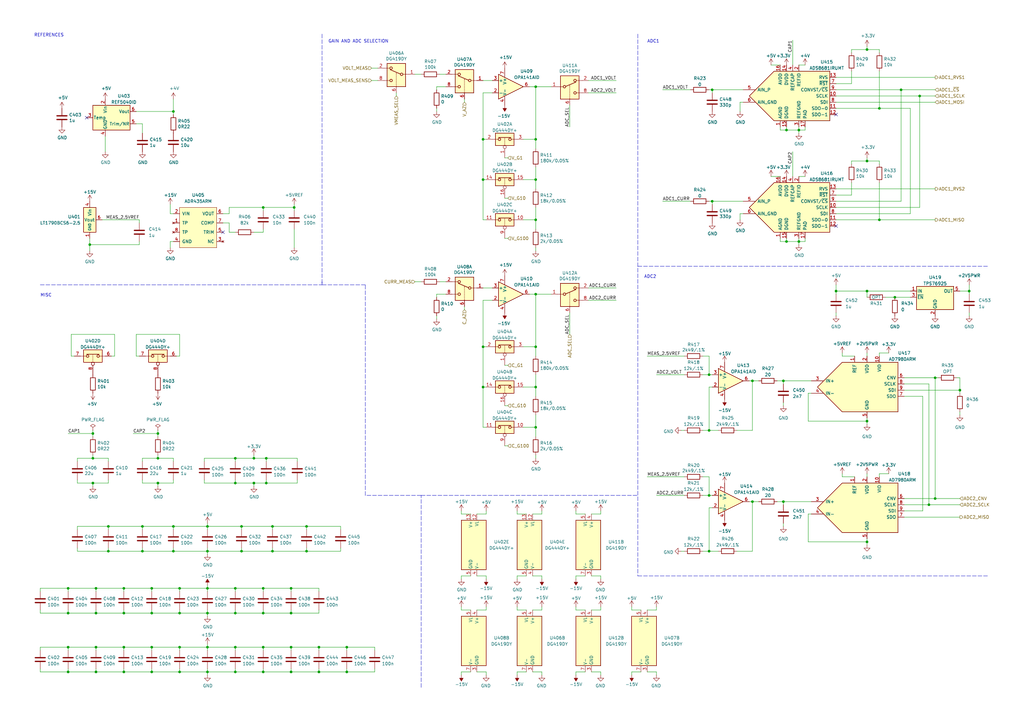
<source format=kicad_sch>
(kicad_sch (version 20211123) (generator eeschema)
  (paper "A3")
  (junction (at 71.12 45.72))
  (junction (at 50.8 275.59))
  (junction (at 322.58 53.34))
  (junction (at 198.12 158.75))
  (junction (at 50.8 251.46))
  (junction (at 125.73 226.06))
  (junction (at 62.23 265.43))
  (junction (at 27.94 275.59))
  (junction (at 85.09 265.43))
  (junction (at 292.1 36.83))
  (junction (at 64.77 198.12))
  (junction (at 355.6 172.72))
  (junction (at 111.76 215.9))
  (junction (at 219.71 120.65))
  (junction (at 62.23 241.3))
  (junction (at 219.71 73.66))
  (junction (at 290.83 203.2))
  (junction (at 308.61 156.21))
  (junction (at 107.95 241.3))
  (junction (at 355.6 20.32))
  (junction (at 73.66 251.46))
  (junction (at 342.9 119.38))
  (junction (at 71.12 226.06))
  (junction (at 198.12 73.66))
  (junction (at 85.09 275.59))
  (junction (at 290.83 176.53))
  (junction (at 44.45 226.06))
  (junction (at 119.38 275.59))
  (junction (at 355.6 66.04))
  (junction (at 36.83 100.33))
  (junction (at 50.8 241.3))
  (junction (at 107.95 265.43))
  (junction (at 355.6 222.25))
  (junction (at 219.71 142.24))
  (junction (at 85.09 226.06))
  (junction (at 367.03 121.92))
  (junction (at 39.37 275.59))
  (junction (at 38.1 177.8))
  (junction (at 355.6 119.38))
  (junction (at 39.37 241.3))
  (junction (at 58.42 215.9))
  (junction (at 73.66 265.43))
  (junction (at 308.61 205.74))
  (junction (at 130.81 275.59))
  (junction (at 393.7 160.02))
  (junction (at 38.1 198.12))
  (junction (at 104.14 198.12))
  (junction (at 96.52 251.46))
  (junction (at 198.12 142.24))
  (junction (at 64.77 187.96))
  (junction (at 198.12 57.15))
  (junction (at 39.37 265.43))
  (junction (at 125.73 215.9))
  (junction (at 27.94 251.46))
  (junction (at 85.09 241.3))
  (junction (at 219.71 175.26))
  (junction (at 142.24 275.59))
  (junction (at 219.71 90.17))
  (junction (at 321.31 205.74))
  (junction (at 50.8 265.43))
  (junction (at 58.42 226.06))
  (junction (at 107.95 85.09))
  (junction (at 73.66 275.59))
  (junction (at 44.45 215.9))
  (junction (at 322.58 99.06))
  (junction (at 64.77 177.8))
  (junction (at 119.38 265.43))
  (junction (at 130.81 265.43))
  (junction (at 85.09 251.46))
  (junction (at 290.83 226.06))
  (junction (at 99.06 226.06))
  (junction (at 119.38 241.3))
  (junction (at 381 207.01))
  (junction (at 321.31 156.21))
  (junction (at 109.22 198.12))
  (junction (at 71.12 215.9))
  (junction (at 369.57 36.83))
  (junction (at 96.52 241.3))
  (junction (at 327.66 53.34))
  (junction (at 96.52 265.43))
  (junction (at 107.95 275.59))
  (junction (at 85.09 215.9))
  (junction (at 96.52 187.96))
  (junction (at 107.95 251.46))
  (junction (at 120.65 85.09))
  (junction (at 38.1 187.96))
  (junction (at 142.24 265.43))
  (junction (at 111.76 226.06))
  (junction (at 292.1 82.55))
  (junction (at 99.06 215.9))
  (junction (at 104.14 187.96))
  (junction (at 96.52 198.12))
  (junction (at 219.71 35.56))
  (junction (at 73.66 241.3))
  (junction (at 327.66 99.06))
  (junction (at 383.54 154.94))
  (junction (at 383.54 204.47))
  (junction (at 39.37 251.46))
  (junction (at 27.94 265.43))
  (junction (at 219.71 158.75))
  (junction (at 27.94 241.3))
  (junction (at 360.68 90.17))
  (junction (at 109.22 187.96))
  (junction (at 96.52 275.59))
  (junction (at 377.19 39.37))
  (junction (at 62.23 251.46))
  (junction (at 290.83 153.67))
  (junction (at 219.71 57.15))
  (junction (at 397.51 119.38))
  (junction (at 360.68 44.45))
  (junction (at 119.38 251.46))
  (junction (at 62.23 275.59))
  (no_connect (at 342.9 92.71))
  (no_connect (at 35.56 48.26))
  (no_connect (at 91.44 95.25))
  (no_connect (at 342.9 46.99))
  (wire (pts (xy 321.31 156.21) (xy 321.31 157.48)))
  (wire (pts (xy 44.45 215.9) (xy 31.75 215.9)))
  (wire (pts (xy 152.4 27.94) (xy 154.94 27.94)))
  (wire (pts (xy 378.46 209.55) (xy 370.84 209.55)))
  (wire (pts (xy 378.46 162.56) (xy 378.46 209.55)))
  (wire (pts (xy 85.09 275.59) (xy 85.09 276.86)))
  (wire (pts (xy 207.01 81.28) (xy 208.28 81.28)))
  (wire (pts (xy 271.78 82.55) (xy 283.21 82.55)))
  (wire (pts (xy 58.42 198.12) (xy 64.77 198.12)))
  (wire (pts (xy 308.61 226.06) (xy 308.61 205.74)))
  (wire (pts (xy 303.53 41.91) (xy 304.8 41.91)))
  (wire (pts (xy 207.01 166.37) (xy 208.28 166.37)))
  (wire (pts (xy 292.1 82.55) (xy 292.1 83.82)))
  (wire (pts (xy 16.51 251.46) (xy 27.94 251.46)))
  (wire (pts (xy 119.38 250.19) (xy 119.38 251.46)))
  (wire (pts (xy 107.95 275.59) (xy 96.52 275.59)))
  (wire (pts (xy 64.77 187.96) (xy 71.12 187.96)))
  (wire (pts (xy 222.25 250.19) (xy 218.44 250.19)))
  (wire (pts (xy 55.88 137.16) (xy 73.66 137.16)))
  (wire (pts (xy 198.12 33.02) (xy 201.93 33.02)))
  (wire (pts (xy 43.18 62.23) (xy 43.18 55.88)))
  (wire (pts (xy 85.09 265.43) (xy 85.09 266.7)))
  (wire (pts (xy 331.47 161.29) (xy 332.74 161.29)))
  (wire (pts (xy 27.94 241.3) (xy 16.51 241.3)))
  (wire (pts (xy 198.12 57.15) (xy 198.12 38.1)))
  (polyline (pts (xy 132.08 116.84) (xy 132.08 115.57)))
  (wire (pts (xy 189.23 209.55) (xy 189.23 210.82)))
  (wire (pts (xy 219.71 73.66) (xy 219.71 68.58)))
  (wire (pts (xy 130.81 265.43) (xy 142.24 265.43)))
  (wire (pts (xy 31.75 224.79) (xy 31.75 226.06)))
  (wire (pts (xy 62.23 250.19) (xy 62.23 251.46)))
  (wire (pts (xy 153.67 274.32) (xy 153.67 275.59)))
  (wire (pts (xy 219.71 93.98) (xy 219.71 90.17)))
  (wire (pts (xy 219.71 158.75) (xy 219.71 153.67)))
  (wire (pts (xy 71.12 226.06) (xy 71.12 224.79)))
  (wire (pts (xy 327.66 52.07) (xy 327.66 53.34)))
  (wire (pts (xy 96.52 187.96) (xy 96.52 189.23)))
  (wire (pts (xy 57.15 146.05) (xy 55.88 146.05)))
  (wire (pts (xy 381 207.01) (xy 393.7 207.01)))
  (wire (pts (xy 207.01 149.86) (xy 208.28 149.86)))
  (wire (pts (xy 290.83 153.67) (xy 292.1 153.67)))
  (wire (pts (xy 349.25 21.59) (xy 349.25 20.32)))
  (wire (pts (xy 320.04 99.06) (xy 322.58 99.06)))
  (wire (pts (xy 199.39 275.59) (xy 195.58 275.59)))
  (wire (pts (xy 91.44 87.63) (xy 93.98 87.63)))
  (wire (pts (xy 62.23 265.43) (xy 73.66 265.43)))
  (wire (pts (xy 269.24 248.92) (xy 269.24 250.19)))
  (wire (pts (xy 355.6 172.72) (xy 331.47 172.72)))
  (polyline (pts (xy 172.72 203.2) (xy 149.86 203.2)))
  (wire (pts (xy 290.83 82.55) (xy 292.1 82.55)))
  (wire (pts (xy 215.9 250.19) (xy 212.09 250.19)))
  (wire (pts (xy 57.15 99.06) (xy 57.15 100.33)))
  (wire (pts (xy 198.12 38.1) (xy 201.93 38.1)))
  (wire (pts (xy 393.7 154.94) (xy 393.7 160.02)))
  (wire (pts (xy 85.09 226.06) (xy 85.09 227.33)))
  (wire (pts (xy 222.25 275.59) (xy 218.44 275.59)))
  (wire (pts (xy 318.77 156.21) (xy 321.31 156.21)))
  (wire (pts (xy 44.45 215.9) (xy 44.45 217.17)))
  (wire (pts (xy 279.4 176.53) (xy 280.67 176.53)))
  (wire (pts (xy 107.95 251.46) (xy 96.52 251.46)))
  (wire (pts (xy 111.76 226.06) (xy 111.76 224.79)))
  (wire (pts (xy 212.09 210.82) (xy 215.9 210.82)))
  (wire (pts (xy 142.24 275.59) (xy 130.81 275.59)))
  (wire (pts (xy 288.29 226.06) (xy 290.83 226.06)))
  (wire (pts (xy 269.24 276.86) (xy 269.24 275.59)))
  (wire (pts (xy 214.63 73.66) (xy 219.71 73.66)))
  (wire (pts (xy 199.39 276.86) (xy 199.39 275.59)))
  (wire (pts (xy 355.6 64.77) (xy 355.6 66.04)))
  (wire (pts (xy 397.51 128.27) (xy 397.51 129.54)))
  (wire (pts (xy 349.25 20.32) (xy 355.6 20.32)))
  (wire (pts (xy 64.77 179.07) (xy 64.77 177.8)))
  (wire (pts (xy 360.68 144.78) (xy 360.68 146.05)))
  (wire (pts (xy 170.18 115.57) (xy 172.72 115.57)))
  (wire (pts (xy 38.1 187.96) (xy 44.45 187.96)))
  (wire (pts (xy 83.82 187.96) (xy 83.82 189.23)))
  (wire (pts (xy 71.12 198.12) (xy 71.12 196.85)))
  (wire (pts (xy 349.25 80.01) (xy 349.25 74.93)))
  (wire (pts (xy 236.22 209.55) (xy 236.22 210.82)))
  (wire (pts (xy 290.83 146.05) (xy 290.83 153.67)))
  (wire (pts (xy 265.43 195.58) (xy 280.67 195.58)))
  (wire (pts (xy 199.39 248.92) (xy 199.39 250.19)))
  (wire (pts (xy 360.68 20.32) (xy 360.68 21.59)))
  (wire (pts (xy 330.2 53.34) (xy 327.66 53.34)))
  (wire (pts (xy 219.71 35.56) (xy 226.06 35.56)))
  (wire (pts (xy 207.01 182.88) (xy 208.28 182.88)))
  (wire (pts (xy 331.47 222.25) (xy 331.47 210.82)))
  (wire (pts (xy 71.12 215.9) (xy 85.09 215.9)))
  (wire (pts (xy 96.52 241.3) (xy 96.52 242.57)))
  (wire (pts (xy 189.23 248.92) (xy 189.23 250.19)))
  (wire (pts (xy 308.61 156.21) (xy 311.15 156.21)))
  (polyline (pts (xy 172.72 203.2) (xy 261.62 203.2)))
  (wire (pts (xy 355.6 220.98) (xy 355.6 222.25)))
  (wire (pts (xy 44.45 226.06) (xy 58.42 226.06)))
  (wire (pts (xy 219.71 102.87) (xy 219.71 101.6)))
  (wire (pts (xy 331.47 172.72) (xy 331.47 161.29)))
  (wire (pts (xy 222.25 276.86) (xy 222.25 275.59)))
  (wire (pts (xy 373.38 87.63) (xy 342.9 87.63)))
  (wire (pts (xy 190.5 125.73) (xy 190.5 127)))
  (wire (pts (xy 393.7 119.38) (xy 397.51 119.38)))
  (wire (pts (xy 64.77 176.53) (xy 64.77 177.8)))
  (wire (pts (xy 190.5 40.64) (xy 190.5 41.91)))
  (wire (pts (xy 321.31 214.63) (xy 321.31 215.9)))
  (wire (pts (xy 189.23 237.49) (xy 189.23 236.22)))
  (wire (pts (xy 85.09 224.79) (xy 85.09 226.06)))
  (wire (pts (xy 36.83 97.79) (xy 36.83 100.33)))
  (wire (pts (xy 259.08 276.86) (xy 259.08 275.59)))
  (wire (pts (xy 85.09 265.43) (xy 96.52 265.43)))
  (wire (pts (xy 219.71 158.75) (xy 219.71 162.56)))
  (wire (pts (xy 73.66 275.59) (xy 62.23 275.59)))
  (wire (pts (xy 62.23 265.43) (xy 62.23 266.7)))
  (wire (pts (xy 62.23 274.32) (xy 62.23 275.59)))
  (wire (pts (xy 139.7 226.06) (xy 125.73 226.06)))
  (wire (pts (xy 236.22 237.49) (xy 236.22 236.22)))
  (wire (pts (xy 96.52 251.46) (xy 85.09 251.46)))
  (wire (pts (xy 85.09 250.19) (xy 85.09 251.46)))
  (wire (pts (xy 342.9 77.47) (xy 383.54 77.47)))
  (wire (pts (xy 50.8 241.3) (xy 62.23 241.3)))
  (wire (pts (xy 107.95 85.09) (xy 120.65 85.09)))
  (wire (pts (xy 198.12 118.11) (xy 201.93 118.11)))
  (wire (pts (xy 71.12 217.17) (xy 71.12 215.9)))
  (wire (pts (xy 44.45 224.79) (xy 44.45 226.06)))
  (wire (pts (xy 199.39 142.24) (xy 198.12 142.24)))
  (wire (pts (xy 207.01 64.77) (xy 208.28 64.77)))
  (wire (pts (xy 16.51 241.3) (xy 16.51 242.57)))
  (wire (pts (xy 198.12 142.24) (xy 198.12 123.19)))
  (polyline (pts (xy 172.72 281.94) (xy 172.72 203.2)))
  (wire (pts (xy 199.39 90.17) (xy 198.12 90.17)))
  (wire (pts (xy 16.51 274.32) (xy 16.51 275.59)))
  (wire (pts (xy 62.23 275.59) (xy 50.8 275.59)))
  (wire (pts (xy 377.19 39.37) (xy 342.9 39.37)))
  (wire (pts (xy 99.06 215.9) (xy 99.06 217.17)))
  (wire (pts (xy 381 207.01) (xy 381 157.48)))
  (wire (pts (xy 120.65 93.98) (xy 120.65 101.6)))
  (wire (pts (xy 58.42 50.8) (xy 55.88 50.8)))
  (wire (pts (xy 111.76 217.17) (xy 111.76 215.9)))
  (wire (pts (xy 179.07 130.81) (xy 179.07 129.54)))
  (wire (pts (xy 130.81 242.57) (xy 130.81 241.3)))
  (wire (pts (xy 73.66 241.3) (xy 85.09 241.3)))
  (wire (pts (xy 219.71 170.18) (xy 219.71 175.26)))
  (wire (pts (xy 320.04 52.07) (xy 320.04 53.34)))
  (wire (pts (xy 246.38 209.55) (xy 246.38 210.82)))
  (wire (pts (xy 153.67 265.43) (xy 153.67 266.7)))
  (wire (pts (xy 308.61 176.53) (xy 308.61 156.21)))
  (wire (pts (xy 83.82 196.85) (xy 83.82 198.12)))
  (wire (pts (xy 292.1 36.83) (xy 290.83 36.83)))
  (wire (pts (xy 321.31 205.74) (xy 332.74 205.74)))
  (wire (pts (xy 27.94 274.32) (xy 27.94 275.59)))
  (wire (pts (xy 342.9 80.01) (xy 349.25 80.01)))
  (wire (pts (xy 327.66 97.79) (xy 327.66 99.06)))
  (wire (pts (xy 383.54 204.47) (xy 383.54 154.94)))
  (wire (pts (xy 355.6 222.25) (xy 355.6 223.52)))
  (wire (pts (xy 121.92 187.96) (xy 121.92 189.23)))
  (wire (pts (xy 246.38 250.19) (xy 242.57 250.19)))
  (wire (pts (xy 345.44 144.78) (xy 345.44 146.05)))
  (wire (pts (xy 342.9 41.91) (xy 383.54 41.91)))
  (wire (pts (xy 58.42 215.9) (xy 58.42 217.17)))
  (wire (pts (xy 330.2 97.79) (xy 330.2 99.06)))
  (wire (pts (xy 73.66 251.46) (xy 62.23 251.46)))
  (wire (pts (xy 73.66 265.43) (xy 73.66 266.7)))
  (wire (pts (xy 212.09 236.22) (xy 215.9 236.22)))
  (wire (pts (xy 198.12 142.24) (xy 198.12 158.75)))
  (wire (pts (xy 121.92 198.12) (xy 109.22 198.12)))
  (wire (pts (xy 214.63 158.75) (xy 219.71 158.75)))
  (wire (pts (xy 64.77 186.69) (xy 64.77 187.96)))
  (wire (pts (xy 355.6 20.32) (xy 360.68 20.32)))
  (wire (pts (xy 246.38 237.49) (xy 246.38 236.22)))
  (wire (pts (xy 370.84 207.01) (xy 381 207.01)))
  (wire (pts (xy 290.83 208.28) (xy 292.1 208.28)))
  (wire (pts (xy 233.68 128.27) (xy 233.68 137.16)))
  (wire (pts (xy 69.85 83.82) (xy 69.85 87.63)))
  (wire (pts (xy 355.6 144.78) (xy 355.6 146.05)))
  (wire (pts (xy 199.39 73.66) (xy 198.12 73.66)))
  (wire (pts (xy 93.98 95.25) (xy 96.52 95.25)))
  (wire (pts (xy 219.71 120.65) (xy 226.06 120.65)))
  (wire (pts (xy 104.14 198.12) (xy 104.14 199.39)))
  (wire (pts (xy 119.38 265.43) (xy 119.38 266.7)))
  (wire (pts (xy 330.2 99.06) (xy 327.66 99.06)))
  (wire (pts (xy 96.52 241.3) (xy 107.95 241.3)))
  (wire (pts (xy 62.23 241.3) (xy 62.23 242.57)))
  (wire (pts (xy 119.38 251.46) (xy 107.95 251.46)))
  (wire (pts (xy 252.73 38.1) (xy 241.3 38.1)))
  (wire (pts (xy 377.19 85.09) (xy 377.19 39.37)))
  (wire (pts (xy 217.17 35.56) (xy 219.71 35.56)))
  (wire (pts (xy 85.09 251.46) (xy 85.09 252.73)))
  (wire (pts (xy 350.52 146.05) (xy 345.44 146.05)))
  (wire (pts (xy 199.39 236.22) (xy 195.58 236.22)))
  (wire (pts (xy 369.57 82.55) (xy 369.57 36.83)))
  (wire (pts (xy 44.45 187.96) (xy 44.45 189.23)))
  (wire (pts (xy 219.71 85.09) (xy 219.71 90.17)))
  (wire (pts (xy 93.98 91.44) (xy 93.98 95.25)))
  (wire (pts (xy 107.95 265.43) (xy 107.95 266.7)))
  (wire (pts (xy 39.37 241.3) (xy 50.8 241.3)))
  (wire (pts (xy 236.22 276.86) (xy 236.22 275.59)))
  (wire (pts (xy 107.95 241.3) (xy 107.95 242.57)))
  (wire (pts (xy 199.39 57.15) (xy 198.12 57.15)))
  (wire (pts (xy 96.52 187.96) (xy 104.14 187.96)))
  (wire (pts (xy 71.12 46.99) (xy 71.12 45.72)))
  (wire (pts (xy 38.1 179.07) (xy 38.1 177.8)))
  (wire (pts (xy 269.24 275.59) (xy 265.43 275.59)))
  (wire (pts (xy 38.1 176.53) (xy 38.1 177.8)))
  (wire (pts (xy 381 157.48) (xy 370.84 157.48)))
  (wire (pts (xy 308.61 156.21) (xy 307.34 156.21)))
  (wire (pts (xy 119.38 241.3) (xy 130.81 241.3)))
  (wire (pts (xy 71.12 45.72) (xy 55.88 45.72)))
  (wire (pts (xy 121.92 196.85) (xy 121.92 198.12)))
  (wire (pts (xy 27.94 275.59) (xy 39.37 275.59)))
  (wire (pts (xy 29.21 137.16) (xy 46.99 137.16)))
  (wire (pts (xy 62.23 241.3) (xy 73.66 241.3)))
  (wire (pts (xy 259.08 248.92) (xy 259.08 250.19)))
  (wire (pts (xy 125.73 224.79) (xy 125.73 226.06)))
  (wire (pts (xy 142.24 265.43) (xy 153.67 265.43)))
  (wire (pts (xy 233.68 43.18) (xy 233.68 52.07)))
  (wire (pts (xy 39.37 241.3) (xy 39.37 242.57)))
  (wire (pts (xy 288.29 176.53) (xy 290.83 176.53)))
  (wire (pts (xy 85.09 275.59) (xy 73.66 275.59)))
  (wire (pts (xy 179.07 36.83) (xy 179.07 35.56)))
  (wire (pts (xy 27.94 241.3) (xy 27.94 242.57)))
  (wire (pts (xy 288.29 203.2) (xy 290.83 203.2)))
  (wire (pts (xy 139.7 224.79) (xy 139.7 226.06)))
  (wire (pts (xy 85.09 251.46) (xy 73.66 251.46)))
  (wire (pts (xy 252.73 118.11) (xy 241.3 118.11)))
  (wire (pts (xy 58.42 187.96) (xy 64.77 187.96)))
  (wire (pts (xy 189.23 236.22) (xy 193.04 236.22)))
  (wire (pts (xy 99.06 224.79) (xy 99.06 226.06)))
  (wire (pts (xy 269.24 153.67) (xy 280.67 153.67)))
  (wire (pts (xy 85.09 241.3) (xy 96.52 241.3)))
  (wire (pts (xy 31.75 189.23) (xy 31.75 187.96)))
  (wire (pts (xy 96.52 250.19) (xy 96.52 251.46)))
  (wire (pts (xy 27.94 241.3) (xy 39.37 241.3)))
  (wire (pts (xy 119.38 241.3) (xy 119.38 242.57)))
  (wire (pts (xy 44.45 215.9) (xy 58.42 215.9)))
  (wire (pts (xy 69.85 99.06) (xy 71.12 99.06)))
  (wire (pts (xy 91.44 91.44) (xy 93.98 91.44)))
  (wire (pts (xy 16.51 250.19) (xy 16.51 251.46)))
  (wire (pts (xy 41.91 90.17) (xy 57.15 90.17)))
  (wire (pts (xy 322.58 97.79) (xy 322.58 99.06)))
  (wire (pts (xy 85.09 226.06) (xy 99.06 226.06)))
  (wire (pts (xy 109.22 198.12) (xy 104.14 198.12)))
  (wire (pts (xy 222.25 209.55) (xy 222.25 210.82)))
  (wire (pts (xy 31.75 198.12) (xy 38.1 198.12)))
  (wire (pts (xy 31.75 187.96) (xy 38.1 187.96)))
  (wire (pts (xy 360.68 90.17) (xy 383.54 90.17)))
  (wire (pts (xy 189.23 275.59) (xy 193.04 275.59)))
  (wire (pts (xy 240.03 210.82) (xy 236.22 210.82)))
  (wire (pts (xy 46.99 137.16) (xy 46.99 146.05)))
  (wire (pts (xy 27.94 251.46) (xy 39.37 251.46)))
  (wire (pts (xy 170.18 30.48) (xy 172.72 30.48)))
  (wire (pts (xy 99.06 226.06) (xy 111.76 226.06)))
  (wire (pts (xy 355.6 119.38) (xy 342.9 119.38)))
  (wire (pts (xy 392.43 154.94) (xy 393.7 154.94)))
  (wire (pts (xy 85.09 241.3) (xy 85.09 242.57)))
  (wire (pts (xy 55.88 146.05) (xy 55.88 137.16)))
  (wire (pts (xy 330.2 26.67) (xy 327.66 26.67)))
  (wire (pts (xy 50.8 265.43) (xy 62.23 265.43)))
  (wire (pts (xy 212.09 275.59) (xy 215.9 275.59)))
  (wire (pts (xy 355.6 19.05) (xy 355.6 20.32)))
  (wire (pts (xy 109.22 187.96) (xy 109.22 189.23)))
  (wire (pts (xy 236.22 248.92) (xy 236.22 250.19)))
  (wire (pts (xy 29.21 146.05) (xy 29.21 137.16)))
  (wire (pts (xy 325.12 72.39) (xy 325.12 62.23)))
  (wire (pts (xy 99.06 215.9) (xy 111.76 215.9)))
  (wire (pts (xy 383.54 154.94) (xy 384.81 154.94)))
  (wire (pts (xy 252.73 123.19) (xy 241.3 123.19)))
  (wire (pts (xy 50.8 242.57) (xy 50.8 241.3)))
  (wire (pts (xy 107.95 95.25) (xy 107.95 93.98)))
  (wire (pts (xy 130.81 275.59) (xy 130.81 274.32)))
  (wire (pts (xy 308.61 205.74) (xy 311.15 205.74)))
  (wire (pts (xy 304.8 82.55) (xy 292.1 82.55)))
  (polyline (pts (xy 149.86 203.2) (xy 149.86 116.84)))
  (polyline (pts (xy 261.62 13.97) (xy 261.62 236.22)))
  (wire (pts (xy 320.04 26.67) (xy 316.23 26.67)))
  (wire (pts (xy 349.25 34.29) (xy 349.25 29.21)))
  (wire (pts (xy 393.7 168.91) (xy 393.7 170.18)))
  (wire (pts (xy 219.71 187.96) (xy 219.71 186.69)))
  (wire (pts (xy 27.94 265.43) (xy 39.37 265.43)))
  (wire (pts (xy 73.66 250.19) (xy 73.66 251.46)))
  (wire (pts (xy 153.67 275.59) (xy 142.24 275.59)))
  (wire (pts (xy 64.77 198.12) (xy 71.12 198.12)))
  (wire (pts (xy 303.53 45.72) (xy 303.53 41.91)))
  (wire (pts (xy 369.57 36.83) (xy 342.9 36.83)))
  (wire (pts (xy 246.38 276.86) (xy 246.38 275.59)))
  (wire (pts (xy 219.71 146.05) (xy 219.71 142.24)))
  (wire (pts (xy 279.4 226.06) (xy 280.67 226.06)))
  (wire (pts (xy 44.45 198.12) (xy 44.45 196.85)))
  (wire (pts (xy 304.8 36.83) (xy 292.1 36.83)))
  (wire (pts (xy 104.14 198.12) (xy 96.52 198.12)))
  (wire (pts (xy 36.83 100.33) (xy 57.15 100.33)))
  (wire (pts (xy 318.77 205.74) (xy 321.31 205.74)))
  (wire (pts (xy 355.6 119.38) (xy 355.6 121.92)))
  (wire (pts (xy 364.49 194.31) (xy 360.68 194.31)))
  (wire (pts (xy 198.12 123.19) (xy 201.93 123.19)))
  (wire (pts (xy 16.51 275.59) (xy 27.94 275.59)))
  (wire (pts (xy 104.14 187.96) (xy 109.22 187.96)))
  (wire (pts (xy 73.66 265.43) (xy 85.09 265.43)))
  (wire (pts (xy 130.81 275.59) (xy 119.38 275.59)))
  (wire (pts (xy 330.2 52.07) (xy 330.2 53.34)))
  (wire (pts (xy 16.51 265.43) (xy 16.51 266.7)))
  (wire (pts (xy 189.23 210.82) (xy 193.04 210.82)))
  (wire (pts (xy 218.44 210.82) (xy 222.25 210.82)))
  (wire (pts (xy 364.49 144.78) (xy 360.68 144.78)))
  (wire (pts (xy 355.6 171.45) (xy 355.6 172.72)))
  (wire (pts (xy 322.58 52.07) (xy 322.58 53.34)))
  (wire (pts (xy 39.37 275.59) (xy 50.8 275.59)))
  (wire (pts (xy 107.95 274.32) (xy 107.95 275.59)))
  (wire (pts (xy 58.42 224.79) (xy 58.42 226.06)))
  (wire (pts (xy 38.1 177.8) (xy 27.94 177.8)))
  (wire (pts (xy 104.14 186.69) (xy 104.14 187.96)))
  (wire (pts (xy 96.52 274.32) (xy 96.52 275.59)))
  (wire (pts (xy 288.29 153.67) (xy 290.83 153.67)))
  (wire (pts (xy 327.66 53.34) (xy 327.66 54.61)))
  (wire (pts (xy 64.77 177.8) (xy 54.61 177.8)))
  (wire (pts (xy 85.09 215.9) (xy 85.09 217.17)))
  (wire (pts (xy 246.38 210.82) (xy 242.57 210.82)))
  (wire (pts (xy 349.25 67.31) (xy 349.25 66.04)))
  (wire (pts (xy 85.09 240.03) (xy 85.09 241.3)))
  (wire (pts (xy 212.09 237.49) (xy 212.09 236.22)))
  (wire (pts (xy 212.09 209.55) (xy 212.09 210.82)))
  (wire (pts (xy 38.1 199.39) (xy 38.1 198.12)))
  (wire (pts (xy 85.09 215.9) (xy 99.06 215.9)))
  (wire (pts (xy 320.04 72.39) (xy 316.23 72.39)))
  (wire (pts (xy 342.9 119.38) (xy 342.9 120.65)))
  (wire (pts (xy 355.6 222.25) (xy 331.47 222.25)))
  (wire (pts (xy 342.9 116.84) (xy 342.9 119.38)))
  (wire (pts (xy 342.9 31.75) (xy 383.54 31.75)))
  (wire (pts (xy 308.61 205.74) (xy 307.34 205.74)))
  (wire (pts (xy 294.64 226.06) (xy 290.83 226.06)))
  (wire (pts (xy 27.94 250.19) (xy 27.94 251.46)))
  (wire (pts (xy 58.42 215.9) (xy 71.12 215.9)))
  (wire (pts (xy 290.83 158.75) (xy 292.1 158.75)))
  (wire (pts (xy 355.6 66.04) (xy 360.68 66.04)))
  (wire (pts (xy 217.17 120.65) (xy 219.71 120.65)))
  (wire (pts (xy 58.42 196.85) (xy 58.42 198.12)))
  (wire (pts (xy 58.42 189.23) (xy 58.42 187.96)))
  (wire (pts (xy 27.94 265.43) (xy 16.51 265.43)))
  (wire (pts (xy 198.12 57.15) (xy 198.12 73.66)))
  (wire (pts (xy 330.2 72.39) (xy 327.66 72.39)))
  (polyline (pts (xy 261.62 236.22) (xy 405.13 236.22)))
  (wire (pts (xy 31.75 226.06) (xy 44.45 226.06)))
  (wire (pts (xy 199.39 250.19) (xy 195.58 250.19)))
  (wire (pts (xy 96.52 196.85) (xy 96.52 198.12)))
  (wire (pts (xy 85.09 264.16) (xy 85.09 265.43)))
  (wire (pts (xy 355.6 119.38) (xy 373.38 119.38)))
  (wire (pts (xy 350.52 195.58) (xy 345.44 195.58)))
  (wire (pts (xy 182.88 115.57) (xy 180.34 115.57)))
  (wire (pts (xy 58.42 226.06) (xy 71.12 226.06)))
  (wire (pts (xy 369.57 36.83) (xy 383.54 36.83)))
  (wire (pts (xy 360.68 44.45) (xy 360.68 29.21)))
  (polyline (pts (xy 149.86 116.84) (xy 132.08 116.84)))
  (wire (pts (xy 69.85 87.63) (xy 71.12 87.63)))
  (wire (pts (xy 219.71 179.07) (xy 219.71 175.26)))
  (wire (pts (xy 219.71 73.66) (xy 219.71 77.47)))
  (wire (pts (xy 246.38 275.59) (xy 242.57 275.59)))
  (wire (pts (xy 290.83 176.53) (xy 290.83 158.75)))
  (wire (pts (xy 219.71 90.17) (xy 214.63 90.17)))
  (wire (pts (xy 322.58 53.34) (xy 327.66 53.34)))
  (wire (pts (xy 327.66 99.06) (xy 327.66 100.33)))
  (wire (pts (xy 370.84 212.09) (xy 393.7 212.09)))
  (wire (pts (xy 193.04 250.19) (xy 189.23 250.19)))
  (wire (pts (xy 290.83 203.2) (xy 292.1 203.2)))
  (wire (pts (xy 39.37 250.19) (xy 39.37 251.46)))
  (wire (pts (xy 199.39 237.49) (xy 199.39 236.22)))
  (wire (pts (xy 130.81 266.7) (xy 130.81 265.43)))
  (wire (pts (xy 107.95 86.36) (xy 107.95 85.09)))
  (wire (pts (xy 83.82 187.96) (xy 96.52 187.96)))
  (wire (pts (xy 222.25 236.22) (xy 218.44 236.22)))
  (wire (pts (xy 71.12 40.64) (xy 71.12 45.72)))
  (wire (pts (xy 269.24 250.19) (xy 265.43 250.19)))
  (wire (pts (xy 58.42 50.8) (xy 58.42 54.61)))
  (wire (pts (xy 73.66 274.32) (xy 73.66 275.59)))
  (wire (pts (xy 50.8 251.46) (xy 50.8 250.19)))
  (wire (pts (xy 321.31 205.74) (xy 321.31 207.01)))
  (wire (pts (xy 393.7 160.02) (xy 393.7 161.29)))
  (wire (pts (xy 302.26 176.53) (xy 308.61 176.53)))
  (wire (pts (xy 207.01 97.79) (xy 208.28 97.79)))
  (wire (pts (xy 39.37 274.32) (xy 39.37 275.59)))
  (wire (pts (xy 119.38 275.59) (xy 107.95 275.59)))
  (wire (pts (xy 38.1 186.69) (xy 38.1 187.96)))
  (wire (pts (xy 93.98 85.09) (xy 93.98 87.63)))
  (wire (pts (xy 360.68 66.04) (xy 360.68 67.31)))
  (wire (pts (xy 367.03 121.92) (xy 373.38 121.92)))
  (wire (pts (xy 212.09 248.92) (xy 212.09 250.19)))
  (wire (pts (xy 130.81 251.46) (xy 130.81 250.19)))
  (wire (pts (xy 342.9 82.55) (xy 369.57 82.55)))
  (wire (pts (xy 199.39 175.26) (xy 198.12 175.26)))
  (wire (pts (xy 96.52 275.59) (xy 85.09 275.59)))
  (wire (pts (xy 142.24 274.32) (xy 142.24 275.59)))
  (wire (pts (xy 240.03 250.19) (xy 236.22 250.19)))
  (wire (pts (xy 214.63 142.24) (xy 219.71 142.24)))
  (wire (pts (xy 370.84 162.56) (xy 378.46 162.56)))
  (wire (pts (xy 303.53 90.17) (xy 303.53 87.63)))
  (wire (pts (xy 162.56 38.1) (xy 162.56 39.37)))
  (wire (pts (xy 57.15 90.17) (xy 57.15 91.44)))
  (wire (pts (xy 142.24 265.43) (xy 142.24 266.7)))
  (wire (pts (xy 377.19 39.37) (xy 383.54 39.37)))
  (wire (pts (xy 214.63 57.15) (xy 219.71 57.15)))
  (wire (pts (xy 349.25 66.04) (xy 355.6 66.04)))
  (wire (pts (xy 96.52 265.43) (xy 107.95 265.43)))
  (wire (pts (xy 39.37 265.43) (xy 39.37 266.7)))
  (wire (pts (xy 182.88 30.48) (xy 180.34 30.48)))
  (wire (pts (xy 152.4 33.02) (xy 154.94 33.02)))
  (wire (pts (xy 355.6 194.31) (xy 355.6 195.58)))
  (wire (pts (xy 321.31 165.1) (xy 321.31 166.37)))
  (wire (pts (xy 236.22 236.22) (xy 240.03 236.22)))
  (wire (pts (xy 179.07 45.72) (xy 179.07 44.45)))
  (wire (pts (xy 222.25 248.92) (xy 222.25 250.19)))
  (polyline (pts (xy 16.51 116.84) (xy 132.08 116.84)))
  (wire (pts (xy 62.23 251.46) (xy 50.8 251.46)))
  (wire (pts (xy 269.24 203.2) (xy 280.67 203.2)))
  (wire (pts (xy 64.77 199.39) (xy 64.77 198.12)))
  (wire (pts (xy 219.71 60.96) (xy 219.71 57.15)))
  (wire (pts (xy 107.95 250.19) (xy 107.95 251.46)))
  (wire (pts (xy 342.9 34.29) (xy 349.25 34.29)))
  (wire (pts (xy 179.07 35.56) (xy 182.88 35.56)))
  (wire (pts (xy 31.75 196.85) (xy 31.75 198.12)))
  (wire (pts (xy 222.25 237.49) (xy 222.25 236.22)))
  (wire (pts (xy 31.75 215.9) (xy 31.75 217.17)))
  (wire (pts (xy 355.6 172.72) (xy 355.6 173.99)))
  (wire (pts (xy 219.71 120.65) (xy 219.71 142.24)))
  (wire (pts (xy 199.39 158.75) (xy 198.12 158.75)))
  (wire (pts (xy 325.12 26.67) (xy 325.12 16.51)))
  (wire (pts (xy 195.58 210.82) (xy 199.39 210.82)))
  (wire (pts (xy 363.22 121.92) (xy 367.03 121.92)))
  (wire (pts (xy 120.65 83.82) (xy 120.65 85.09)))
  (wire (pts (xy 73.66 137.16) (xy 73.66 146.05)))
  (wire (pts (xy 322.58 99.06) (xy 327.66 99.06)))
  (wire (pts (xy 85.09 226.06) (xy 71.12 226.06)))
  (wire (pts (xy 342.9 128.27) (xy 342.9 129.54)))
  (wire (pts (xy 290.83 226.06) (xy 290.83 208.28)))
  (wire (pts (xy 360.68 194.31) (xy 360.68 195.58)))
  (wire (pts (xy 36.83 100.33) (xy 36.83 102.87)))
  (wire (pts (xy 119.38 265.43) (xy 130.81 265.43)))
  (wire (pts (xy 265.43 146.05) (xy 280.67 146.05)))
  (wire (pts (xy 69.85 101.6) (xy 69.85 99.06)))
  (wire (pts (xy 46.99 146.05) (xy 45.72 146.05)))
  (wire (pts (xy 50.8 275.59) (xy 50.8 274.32)))
  (wire (pts (xy 397.51 119.38) (xy 397.51 120.65)))
  (wire (pts (xy 342.9 85.09) (xy 377.19 85.09)))
  (wire (pts (xy 360.68 90.17) (xy 360.68 74.93)))
  (wire (pts (xy 342.9 90.17) (xy 360.68 90.17)))
  (wire (pts (xy 119.38 274.32) (xy 119.38 275.59)))
  (wire (pts (xy 383.54 204.47) (xy 393.7 204.47)))
  (wire (pts (xy 383.54 154.94) (xy 370.84 154.94)))
  (polyline (pts (xy 132.08 13.97) (xy 132.08 116.84)))
  (wire (pts (xy 294.64 176.53) (xy 290.83 176.53)))
  (wire (pts (xy 219.71 175.26) (xy 214.63 175.26)))
  (wire (pts (xy 120.65 85.09) (xy 120.65 86.36)))
  (wire (pts (xy 198.12 175.26) (xy 198.12 158.75)))
  (wire (pts (xy 246.38 236.22) (xy 242.57 236.22)))
  (wire (pts (xy 198.12 90.17) (xy 198.12 73.66)))
  (wire (pts (xy 130.81 251.46) (xy 119.38 251.46)))
  (wire (pts (xy 30.48 146.05) (xy 29.21 146.05)))
  (wire (pts (xy 370.84 160.02) (xy 393.7 160.02)))
  (wire (pts (xy 38.1 198.12) (xy 44.45 198.12)))
  (wire (pts (xy 320.04 53.34) (xy 322.58 53.34)))
  (wire (pts (xy 83.82 198.12) (xy 96.52 198.12)))
  (wire (pts (xy 107.95 265.43) (xy 119.38 265.43)))
  (wire (pts (xy 252.73 33.02) (xy 241.3 33.02)))
  (wire (pts (xy 109.22 187.96) (xy 121.92 187.96)))
  (wire (pts (xy 125.73 226.06) (xy 111.76 226.06)))
  (wire (pts (xy 109.22 196.85) (xy 109.22 198.12)))
  (wire (pts (xy 199.39 209.55) (xy 199.39 210.82)))
  (wire (pts (xy 71.12 187.96) (xy 71.12 189.23)))
  (wire (pts (xy 39.37 265.43) (xy 50.8 265.43)))
  (wire (pts (xy 189.23 276.86) (xy 189.23 275.59)))
  (wire (pts (xy 259.08 275.59) (xy 262.89 275.59)))
  (wire (pts (xy 139.7 215.9) (xy 139.7 217.17)))
  (wire (pts (xy 73.66 241.3) (xy 73.66 242.57)))
  (wire (pts (xy 373.38 87.63) (xy 373.38 44.45)))
  (wire (pts (xy 27.94 265.43) (xy 27.94 266.7)))
  (wire (pts (xy 179.07 121.92) (xy 179.07 120.65)))
  (wire (pts (xy 321.31 156.21) (xy 332.74 156.21)))
  (wire (pts (xy 85.09 274.32) (xy 85.09 275.59)))
  (wire (pts (xy 50.8 266.7) (xy 50.8 265.43)))
  (wire (pts (xy 73.66 146.05) (xy 72.39 146.05)))
  (wire (pts (xy 85.09 214.63) (xy 85.09 215.9)))
  (wire (pts (xy 107.95 85.09) (xy 93.98 85.09)))
  (wire (pts (xy 320.04 97.79) (xy 320.04 99.06)))
  (wire (pts (xy 219.71 35.56) (xy 219.71 57.15)))
  (wire (pts (xy 107.95 241.3) (xy 119.38 241.3)))
  (wire (pts (xy 179.07 120.65) (xy 182.88 120.65)))
  (wire (pts (xy 397.51 116.84) (xy 397.51 119.38)))
  (wire (pts (xy 288.29 146.05) (xy 290.83 146.05)))
  (polyline (pts (xy 261.62 109.22) (xy 405.13 109.22)))
  (wire (pts (xy 360.68 44.45) (xy 373.38 44.45)))
  (wire (pts (xy 39.37 251.46) (xy 50.8 251.46)))
  (wire (pts (xy 370.84 204.47) (xy 383.54 204.47)))
  (wire (pts (xy 271.78 36.83) (xy 283.21 36.83)))
  (wire (pts (xy 302.26 226.06) (xy 308.61 226.06)))
  (wire (pts (xy 345.44 194.31) (xy 345.44 195.58)))
  (wire (pts (xy 212.09 276.86) (xy 212.09 275.59)))
  (wire (pts (xy 96.52 265.43) (xy 96.52 266.7)))
  (wire (pts (xy 125.73 215.9) (xy 139.7 215.9)))
  (wire (pts (xy 290.83 195.58) (xy 290.83 203.2)))
  (wire (pts (xy 342.9 44.45) (xy 360.68 44.45)))
  (wire (pts (xy 331.47 210.82) (xy 332.74 210.82)))
  (wire (pts (xy 292.1 36.83) (xy 292.1 38.1)))
  (wire (pts (xy 246.38 248.92) (xy 246.38 250.19)))
  (wire (pts (xy 236.22 275.59) (xy 240.03 275.59)))
  (wire (pts (xy 125.73 215.9) (xy 125.73 217.17)))
  (wire (pts (xy 288.29 195.58) (xy 290.83 195.58)))
  (wire (pts (xy 104.14 95.25) (xy 107.95 95.25)))
  (wire (pts (xy 111.76 215.9) (xy 125.73 215.9)))
  (wire (pts (xy 303.53 87.63) (xy 304.8 87.63)))
  (wire (pts (xy 262.89 250.19) (xy 259.08 250.19)))
  (text "MISC" (at 16.51 121.92 0) (effects (font (size 1.27 1.27)) (justify left bottom)))
  (text "ADC1" (at 265.43 17.78 0) (effects (font (size 1.27 1.27)) (justify left bottom)))
  (text "ADC2\n" (at 264.16 114.3 0) (effects (font (size 1.27 1.27)) (justify left bottom)))
  (text "GAIN AND ADC SELECTION" (at 134.62 17.78 0) (effects (font (size 1.27 1.27)) (justify left bottom)))
  (text "REFERENCES" (at 13.97 15.24 0) (effects (font (size 1.27 1.27)) (justify left bottom)))
  (label "ADC_SEL" (at 233.68 52.07 90))
  (label "CAP2" (at 54.61 177.8 0))
  (label "CAP2" (at 325.12 62.23 270))
  (label "ADC2_VOLT" (at 269.24 153.67 0))
  (label "MEAS_2.5VREF" (at 265.43 195.58 0))
  (label "ADC2_VOLT" (at 252.73 38.1 180))
  (label "MEAS_2.5VREF" (at 265.43 146.05 0))
  (label "ADC1_CURR" (at 252.73 118.11 180))
  (label "MEAS_2.5VREF" (at 57.15 90.17 180))
  (label "ADC2_CURR" (at 252.73 123.19 180))
  (label "CAP1" (at 27.94 177.8 0))
  (label "ADC_SEL" (at 233.68 137.16 90))
  (label "ADC2_CURR" (at 269.24 203.2 0))
  (label "CAP1" (at 325.12 16.51 270))
  (label "ADC1_VOLT" (at 271.78 36.83 0))
  (label "ADC1_VOLT" (at 252.73 33.02 180))
  (label "ADC1_CURR" (at 271.78 82.55 0))
  (hierarchical_label "ADC_SEL" (shape input) (at 233.68 137.16 270))
  (hierarchical_label "C_G10" (shape input) (at 208.28 166.37 0))
  (hierarchical_label "ADC1_RVS2" (shape output) (at 383.54 77.47 0))
  (hierarchical_label "VOLT_MEAS" (shape input) (at 152.4 27.94 180))
  (hierarchical_label "ADC1_MOSI" (shape input) (at 383.54 41.91 0))
  (hierarchical_label "CURR_MEAS" (shape input) (at 170.18 115.57 180))
  (hierarchical_label "V_AZ" (shape input) (at 190.5 41.91 270))
  (hierarchical_label "V_G1" (shape input) (at 208.28 64.77 0))
  (hierarchical_label "C_AZ" (shape input) (at 190.5 127 270))
  (hierarchical_label "ADC1_~{CS}" (shape input) (at 383.54 36.83 0))
  (hierarchical_label "VMEAS_SEL" (shape input) (at 162.56 39.37 270))
  (hierarchical_label "C_G100" (shape input) (at 208.28 182.88 0))
  (hierarchical_label "VOLT_MEAS_SENS" (shape input) (at 152.4 33.02 180))
  (hierarchical_label "V_G10" (shape input) (at 208.28 81.28 0))
  (hierarchical_label "ADC1_RVS1" (shape output) (at 383.54 31.75 0))
  (hierarchical_label "ADC1_SCLK" (shape input) (at 383.54 39.37 0))
  (hierarchical_label "ADC2_SCLK" (shape input) (at 393.7 207.01 0))
  (hierarchical_label "ADC1_MISO" (shape output) (at 383.54 90.17 0))
  (hierarchical_label "C_G1" (shape input) (at 208.28 149.86 0))
  (hierarchical_label "ADC2_CNV" (shape input) (at 393.7 204.47 0))
  (hierarchical_label "ADC2_MISO" (shape output) (at 393.7 212.09 0))
  (hierarchical_label "V_G100" (shape input) (at 208.28 97.79 0))
  (symbol (lib_id "Device:C") (at 71.12 58.42 0) (unit 1)
    (property "Reference" "C420" (at 74.041 57.2516 0) (effects (justify left)))
    (property "Value" "10u" (at 74.041 59.563 0) (effects (justify left)))
    (property "Footprint" "Resistor_SMD:R_0805_2012Metric_Pad1.20x1.40mm_HandSolder" (effects hide))
  )
  (symbol (lib_id "ETH1CSMU2:DG444DY+") (at 207.01 158.75 0) (unit 2)
    (property "Reference" "U404" (at 207.01 152.5102 0))
    (property "Value" "DG444DY+" (at 207.01 155.0471 0))
    (property "Footprint" "Package_SO:SOIC-16_3.9x9.9mm_P1.27mm" (effects hide))
  )
  (symbol (lib_id "Analog_Switch:DG419xY") (at 162.56 27.94 0) (mirror y) (unit 1)
    (property "Reference" "U406" (at 162.56 21.7932 0))
    (property "Value" "DG419DY" (at 162.56 24.1046 0))
    (property "Footprint" "Package_SO:SOIC-8_3.9x4.9mm_P1.27mm" (effects hide))
    (property "Datasheet" "https://datasheets.maximintegrated.com/en/ds/DG417-DG419.pdf" (effects hide))
  )
  (symbol (lib_id "power:+5V") (at 64.77 161.29 180) (unit 1)
    (property "Reference" "#PWR0410" (effects hide))
    (property "Value" "+5V" (at 64.389 165.6842 0))
  )
  (symbol (lib_id "power:+3.3V") (at 355.6 64.77 0) (unit 1)
    (property "Reference" "#PWR0487" (effects hide))
    (property "Value" "+3.3V" (at 355.981 60.3758 0))
  )
  (symbol (lib_id "power:GND") (at 85.09 276.86 0) (unit 1)
    (property "Reference" "#PWR0421" (effects hide))
    (property "Value" "GND" (at 85.217 281.2542 0))
  )
  (symbol (lib_id "Device:R") (at 284.48 153.67 90) (unit 1)
    (property "Reference" "R418" (at 284.48 148.59 90))
    (property "Value" "12k/.1%" (at 284.48 151.13 90))
    (property "Footprint" "Resistor_SMD:R_0603_1608Metric_Pad0.98x0.95mm_HandSolder" (effects hide))
  )
  (symbol (lib_id "power:GND") (at 43.18 62.23 0) (unit 1)
    (property "Reference" "#PWR0408" (effects hide))
    (property "Value" "GND" (at 43.307 66.6242 0))
  )
  (symbol (lib_id "Reference_Voltage:LT1790-2.5") (at 36.83 90.17 0) (unit 1)
    (property "Reference" "U401" (at 33.02 88.8999 0) (effects (justify right)))
    (property "Value" "LT1790BCS6-2.5" (at 33.02 91.4399 0) (effects (justify right)))
    (property "Footprint" "Package_TO_SOT_SMD:TSOT-23-6" (effects hide))
    (property "Datasheet" "https://www.analog.com/media/en/technical-documentation/data-sheets/1790fc.pdf" (effects hide))
  )
  (symbol (lib_id "power:+15V") (at 69.85 83.82 0) (unit 1)
    (property "Reference" "#PWR0412" (effects hide))
    (property "Value" "+15V" (at 69.85 80.01 0))
  )
  (symbol (lib_id "power:GND") (at 327.66 54.61 0) (unit 1)
    (property "Reference" "#PWR0478" (effects hide))
    (property "Value" "GND" (at 327.787 59.0042 0))
  )
  (symbol (lib_id "power:-15V") (at 297.18 213.36 180) (unit 1)
    (property "Reference" "#PWR0469" (effects hide))
    (property "Value" "-15V" (at 297.18 217.8034 0))
  )
  (symbol (lib_id "Analog_Switch:DG419xY") (at 195.58 262.89 0) (mirror y) (unit 2)
    (property "Reference" "U408" (at 205.74 261.62 0))
    (property "Value" "DG419DY" (at 205.74 264.16 0))
    (property "Footprint" "Package_SO:SOIC-8_3.9x4.9mm_P1.27mm" (effects hide))
    (property "Datasheet" "https://datasheets.maximintegrated.com/en/ds/DG417-DG419.pdf" (effects hide))
  )
  (symbol (lib_id "Device:R") (at 360.68 71.12 0) (unit 1)
    (property "Reference" "R433" (at 362.458 69.9516 0) (effects (justify left)))
    (property "Value" "10k" (at 362.458 72.263 0) (effects (justify left)))
    (property "Footprint" "Resistor_SMD:R_0603_1608Metric_Pad0.98x0.95mm_HandSolder" (effects hide))
  )
  (symbol (lib_id "Device:C") (at 96.52 270.51 0) (unit 1)
    (property "Reference" "C431" (at 99.441 269.6753 0) (effects (justify left)))
    (property "Value" "100n" (at 99.441 272.2122 0) (effects (justify left)))
    (property "Footprint" "Capacitor_SMD:C_0603_1608Metric_Pad1.08x0.95mm_HandSolder" (effects hide))
  )
  (symbol (lib_id "power:GND") (at 38.1 199.39 0) (unit 1)
    (property "Reference" "#PWR0406" (effects hide))
    (property "Value" "GND" (at 38.227 203.7842 0))
  )
  (symbol (lib_id "power:+15V") (at 85.09 264.16 0) (unit 1)
    (property "Reference" "#PWR0420" (effects hide))
    (property "Value" "+15V" (at 85.09 260.35 0))
  )
  (symbol (lib_id "power:GND") (at 25.4 52.07 0) (unit 1)
    (property "Reference" "#PWR0402" (effects hide))
    (property "Value" "GND" (at 25.527 56.4642 0))
  )
  (symbol (lib_id "Device:R") (at 287.02 82.55 90) (unit 1)
    (property "Reference" "R424" (at 287.02 77.8342 90))
    (property "Value" "0" (at 287.02 80.3711 90))
    (property "Footprint" "Resistor_SMD:R_0603_1608Metric_Pad0.98x0.95mm_HandSolder" (effects hide))
  )
  (symbol (lib_id "Device:C") (at 58.42 193.04 0) (unit 1)
    (property "Reference" "C416" (at 61.341 191.8716 0) (effects (justify left)))
    (property "Value" "22u" (at 61.341 194.183 0) (effects (justify left)))
    (property "Footprint" "Capacitor_SMD:C_0805_2012Metric_Pad1.18x1.45mm_HandSolder" (effects hide))
  )
  (symbol (lib_id "Analog_Switch:DG419xY") (at 233.68 33.02 0) (unit 1)
    (property "Reference" "U411" (at 233.68 26.8732 0))
    (property "Value" "DG419DY" (at 233.68 29.1846 0))
    (property "Footprint" "Package_SO:SOIC-8_3.9x4.9mm_P1.27mm" (effects hide))
    (property "Datasheet" "https://datasheets.maximintegrated.com/en/ds/DG417-DG419.pdf" (effects hide))
  )
  (symbol (lib_id "power:GND") (at 179.07 45.72 0) (unit 1)
    (property "Reference" "#PWR0426" (effects hide))
    (property "Value" "GND" (at 179.197 50.1142 0))
  )
  (symbol (lib_id "Device:C") (at 292.1 87.63 0) (unit 1)
    (property "Reference" "C449" (at 295.021 86.4616 0) (effects (justify left)))
    (property "Value" "330p" (at 295.021 88.773 0) (effects (justify left)))
    (property "Footprint" "Capacitor_SMD:C_0603_1608Metric_Pad1.08x0.95mm_HandSolder" (effects hide))
  )
  (symbol (lib_id "power:+3.3V") (at 364.49 144.78 0) (unit 1)
    (property "Reference" "#PWR0492" (effects hide))
    (property "Value" "+3.3V" (at 364.49 141.2042 0))
  )
  (symbol (lib_id "Device:R") (at 284.48 146.05 90) (unit 1)
    (property "Reference" "R417" (at 284.48 141.3342 90))
    (property "Value" "2k49/.1%" (at 284.48 143.51 90))
    (property "Footprint" "Resistor_SMD:R_0603_1608Metric_Pad0.98x0.95mm_HandSolder" (effects hide))
  )
  (symbol (lib_id "power:+15V") (at 212.09 209.55 0) (unit 1)
    (property "Reference" "#PWR0440" (effects hide))
    (property "Value" "+15V" (at 212.09 205.74 0))
  )
  (symbol (lib_id "Device:R") (at 219.71 166.37 0) (unit 1)
    (property "Reference" "R415" (at 221.488 165.2016 0) (effects (justify left)))
    (property "Value" "18k/0.05%" (at 221.488 167.513 0) (effects (justify left)))
    (property "Footprint" "Resistor_SMD:R_0603_1608Metric_Pad0.98x0.95mm_HandSolder" (effects hide))
  )
  (symbol (lib_id "power:-15V") (at 236.22 237.49 0) (mirror x) (unit 1)
    (property "Reference" "#PWR0451" (effects hide))
    (property "Value" "-15V" (at 236.22 241.3 0))
  )
  (symbol (lib_id "power:+15V") (at 246.38 209.55 0) (mirror y) (unit 1)
    (property "Reference" "#PWR0454" (effects hide))
    (property "Value" "+15V" (at 246.38 205.74 0))
  )
  (symbol (lib_id "Device:C") (at 111.76 220.98 0) (unit 1)
    (property "Reference" "C437" (at 114.681 220.1453 0) (effects (justify left)))
    (property "Value" "100n" (at 114.681 222.6822 0) (effects (justify left)))
    (property "Footprint" "Capacitor_SMD:C_0603_1608Metric_Pad1.08x0.95mm_HandSolder" (effects hide))
  )
  (symbol (lib_id "power:+5V") (at 259.08 248.92 0) (mirror y) (unit 1)
    (property "Reference" "#PWR0458" (effects hide))
    (property "Value" "+5V" (at 259.08 245.3442 0))
  )
  (symbol (lib_id "power:PWR_FLAG") (at 38.1 176.53 0) (unit 1)
    (property "Reference" "#FLG0401" (effects hide))
    (property "Value" "PWR_FLAG" (at 38.1 172.1358 0))
  )
  (symbol (lib_id "power:GND") (at 104.14 199.39 0) (unit 1)
    (property "Reference" "#PWR0423" (effects hide))
    (property "Value" "GND" (at 104.267 203.7842 0))
  )
  (symbol (lib_id "ETH1CSMU2:DG444DY+") (at 207.01 90.17 0) (unit 3)
    (property "Reference" "U402" (at 207.01 83.9302 0))
    (property "Value" "DG444DY+" (at 207.01 86.4671 0))
    (property "Footprint" "Package_SO:SOIC-16_3.9x9.9mm_P1.27mm" (effects hide))
  )
  (symbol (lib_id "power:+15V") (at 269.24 248.92 0) (mirror y) (unit 1)
    (property "Reference" "#PWR0460" (effects hide))
    (property "Value" "+15V" (at 269.24 245.11 0))
  )
  (symbol (lib_id "power:+5V") (at 316.23 72.39 0) (unit 1)
    (property "Reference" "#PWR0473" (effects hide))
    (property "Value" "+5V" (at 316.23 68.58 0))
  )
  (symbol (lib_id "ETH1CSMU2:OPA140") (at 299.72 156.21 0) (unit 1)
    (property "Reference" "U413" (at 302.26 149.86 0) (effects (justify left)))
    (property "Value" "OPA141AID" (at 299.72 152.4 0) (effects (justify left)))
    (property "Footprint" "Package_SO:SOIC-8_3.9x4.9mm_P1.27mm" (effects hide))
  )
  (symbol (lib_id "power:PWR_FLAG") (at 64.77 176.53 0) (unit 1)
    (property "Reference" "#FLG0402" (effects hide))
    (property "Value" "PWR_FLAG" (at 64.77 172.1358 0))
  )
  (symbol (lib_id "ETH1CSMU2:DG444DY+") (at 207.01 57.15 0) (unit 1)
    (property "Reference" "U402" (at 207.01 50.9102 0))
    (property "Value" "DG444DY+" (at 207.01 53.4471 0))
    (property "Footprint" "Package_SO:SOIC-16_3.9x9.9mm_P1.27mm" (effects hide))
  )
  (symbol (lib_id "Device:C") (at 130.81 246.38 0) (unit 1)
    (property "Reference" "C443" (at 133.731 245.5453 0) (effects (justify left)))
    (property "Value" "100n" (at 133.731 248.0822 0) (effects (justify left)))
    (property "Footprint" "Capacitor_SMD:C_0603_1608Metric_Pad1.08x0.95mm_HandSolder" (effects hide))
  )
  (symbol (lib_id "Device:C") (at 39.37 246.38 0) (unit 1)
    (property "Reference" "C408" (at 42.291 245.5453 0) (effects (justify left)))
    (property "Value" "100n" (at 42.291 248.0822 0) (effects (justify left)))
    (property "Footprint" "Capacitor_SMD:C_0603_1608Metric_Pad1.08x0.95mm_HandSolder" (effects hide))
  )
  (symbol (lib_id "power:+15V") (at 297.18 198.12 0) (unit 1)
    (property "Reference" "#PWR0468" (effects hide))
    (property "Value" "+15V" (at 297.18 194.5442 0))
  )
  (symbol (lib_id "Analog_Switch:DG419xY") (at 233.68 118.11 0) (unit 1)
    (property "Reference" "U412" (at 233.68 111.9632 0))
    (property "Value" "DG419DY" (at 233.68 114.2746 0))
    (property "Footprint" "Package_SO:SOIC-8_3.9x4.9mm_P1.27mm" (effects hide))
    (property "Datasheet" "https://datasheets.maximintegrated.com/en/ds/DG417-DG419.pdf" (effects hide))
  )
  (symbol (lib_id "power:+3.3V") (at 104.14 186.69 0) (unit 1)
    (property "Reference" "#PWR0422" (effects hide))
    (property "Value" "+3.3V" (at 104.14 183.1142 0))
  )
  (symbol (lib_id "ETH1CSMU2:+2V5PWR") (at 397.51 116.84 0) (unit 1)
    (property "Reference" "#PWR0497" (effects hide))
    (property "Value" "+2V5PWR" (at 397.51 113.03 0))
  )
  (symbol (lib_id "Device:C") (at 342.9 124.46 0) (unit 1)
    (property "Reference" "C452" (at 346.71 123.1899 0) (effects (justify left)))
    (property "Value" "1u" (at 346.71 125.7299 0) (effects (justify left)))
    (property "Footprint" "Capacitor_SMD:C_0603_1608Metric_Pad1.08x0.95mm_HandSolder" (effects hide))
  )
  (symbol (lib_id "power:+5V") (at 189.23 248.92 0) (mirror y) (unit 1)
    (property "Reference" "#PWR0430" (effects hide))
    (property "Value" "+5V" (at 189.23 245.3442 0))
  )
  (symbol (lib_id "power:+5V") (at 236.22 248.92 0) (mirror y) (unit 1)
    (property "Reference" "#PWR0452" (effects hide))
    (property "Value" "+5V" (at 236.22 245.3442 0))
  )
  (symbol (lib_id "Device:R") (at 179.07 40.64 0) (unit 1)
    (property "Reference" "R409" (at 180.848 39.4716 0) (effects (justify left)))
    (property "Value" "0" (at 180.848 41.783 0) (effects (justify left)))
    (property "Footprint" "Resistor_SMD:R_0603_1608Metric_Pad0.98x0.95mm_HandSolder" (effects hide))
  )
  (symbol (lib_id "Device:C") (at 31.75 220.98 0) (unit 1)
    (property "Reference" "C407" (at 34.671 220.1453 0) (effects (justify left)))
    (property "Value" "100n" (at 34.671 222.6822 0) (effects (justify left)))
    (property "Footprint" "Capacitor_SMD:C_0603_1608Metric_Pad1.08x0.95mm_HandSolder" (effects hide))
  )
  (symbol (lib_id "ETH1CSMU2:DG444DY+") (at 64.77 146.05 0) (unit 4)
    (property "Reference" "U404" (at 64.77 139.8102 0))
    (property "Value" "DG444DY+" (at 64.77 142.3471 0))
    (property "Footprint" "Package_SO:SOIC-16_3.9x9.9mm_P1.27mm" (effects hide))
  )
  (symbol (lib_id "Device:C") (at 71.12 193.04 0) (unit 1)
    (property "Reference" "C421" (at 74.041 191.8716 0) (effects (justify left)))
    (property "Value" "1u" (at 74.041 194.183 0) (effects (justify left)))
    (property "Footprint" "Capacitor_SMD:C_0603_1608Metric_Pad1.08x0.95mm_HandSolder" (effects hide))
  )
  (symbol (lib_id "Device:C") (at 16.51 246.38 0) (unit 1)
    (property "Reference" "C401" (at 19.431 245.5453 0) (effects (justify left)))
    (property "Value" "100n" (at 19.431 248.0822 0) (effects (justify left)))
    (property "Footprint" "Capacitor_SMD:C_0603_1608Metric_Pad1.08x0.95mm_HandSolder" (effects hide))
  )
  (symbol (lib_id "power:GND") (at 303.53 90.17 0) (unit 1)
    (property "Reference" "#PWR0471" (effects hide))
    (property "Value" "GND" (at 303.657 94.5642 0))
  )
  (symbol (lib_id "Device:C") (at 107.95 90.17 0) (unit 1)
    (property "Reference" "C433" (at 111.76 88.8999 0) (effects (justify left)))
    (property "Value" "10n" (at 111.76 91.4399 0) (effects (justify left)))
    (property "Footprint" "Capacitor_SMD:C_0603_1608Metric_Pad1.08x0.95mm_HandSolder" (effects hide))
  )
  (symbol (lib_id "power:+5V") (at 85.09 214.63 0) (unit 1)
    (property "Reference" "#PWR0416" (effects hide))
    (property "Value" "+5V" (at 85.09 211.0542 0))
  )
  (symbol (lib_id "Device:R") (at 219.71 149.86 0) (unit 1)
    (property "Reference" "R414" (at 221.488 148.6916 0) (effects (justify left)))
    (property "Value" "180k/0.05%" (at 221.488 151.003 0) (effects (justify left)))
    (property "Footprint" "Resistor_SMD:R_0603_1608Metric_Pad0.98x0.95mm_HandSolder" (effects hide))
  )
  (symbol (lib_id "power:+15V") (at 222.25 248.92 0) (mirror y) (unit 1)
    (property "Reference" "#PWR0448" (effects hide))
    (property "Value" "+15V" (at 222.25 245.11 0))
  )
  (symbol (lib_id "power:GND") (at 222.25 276.86 0) (mirror y) (unit 1)
    (property "Reference" "#PWR0449" (effects hide))
    (property "Value" "GND" (at 222.123 281.2542 0))
  )
  (symbol (lib_id "power:GND") (at 279.4 226.06 270) (unit 1)
    (property "Reference" "#PWR0463" (effects hide))
    (property "Value" "GND" (at 276.2251 226.4938 90) (effects (justify right)))
  )
  (symbol (lib_id "Device:C") (at 142.24 270.51 0) (unit 1)
    (property "Reference" "C446" (at 145.161 269.6753 0) (effects (justify left)))
    (property "Value" "100n" (at 145.161 272.2122 0) (effects (justify left)))
    (property "Footprint" "Capacitor_SMD:C_0603_1608Metric_Pad1.08x0.95mm_HandSolder" (effects hide))
  )
  (symbol (lib_id "Device:C") (at 397.51 124.46 0) (unit 1)
    (property "Reference" "C453" (at 401.32 123.1899 0) (effects (justify left)))
    (property "Value" "1u" (at 401.32 125.7299 0) (effects (justify left)))
    (property "Footprint" "Capacitor_SMD:C_0603_1608Metric_Pad1.08x0.95mm_HandSolder" (effects hide))
  )
  (symbol (lib_id "Device:R") (at 64.77 157.48 0) (unit 1)
    (property "Reference" "R403" (at 66.548 156.3116 0) (effects (justify left)))
    (property "Value" "10k" (at 66.548 158.623 0) (effects (justify left)))
    (property "Footprint" "Resistor_SMD:R_0603_1608Metric_Pad0.98x0.95mm_HandSolder" (effects hide))
  )
  (symbol (lib_id "power:GND") (at 292.1 45.72 0) (unit 1)
    (property "Reference" "#PWR0464" (effects hide))
    (property "Value" "GND" (at 292.227 50.1142 0))
  )
  (symbol (lib_id "Device:C") (at 321.31 210.82 0) (unit 1)
    (property "Reference" "C451" (at 325.12 209.5499 0) (effects (justify left)))
    (property "Value" "2n7" (at 325.12 212.0899 0) (effects (justify left)))
    (property "Footprint" "Capacitor_SMD:C_0603_1608Metric_Pad1.08x0.95mm_HandSolder" (effects hide))
  )
  (symbol (lib_id "power:GND") (at 199.39 276.86 0) (mirror y) (unit 1)
    (property "Reference" "#PWR0435" (effects hide))
    (property "Value" "GND" (at 199.263 281.2542 0))
  )
  (symbol (lib_id "ETH1CSMU2:+5VREF") (at 120.65 83.82 0) (unit 1)
    (property "Reference" "#PWR0424" (effects hide))
    (property "Value" "+5VREF" (at 120.65 80.01 0))
  )
  (symbol (lib_id "power:GND") (at 321.31 166.37 0) (unit 1)
    (property "Reference" "#PWR0474" (effects hide))
    (property "Value" "GND" (at 321.31 171.45 0))
  )
  (symbol (lib_id "Analog_ADC:ADS8681RUM") (at 322.58 85.09 0) (unit 1)
    (property "Reference" "U416" (at 339.09 71.12 0))
    (property "Value" "ADS8681IRUMT" (at 339.09 73.66 0))
    (property "Footprint" "Package_DFN_QFN:QFN-16-1EP_4x4mm_P0.65mm_EP2.7x2.7mm" (effects hide))
    (property "Datasheet" "http://www.ti.com/lit/ds/symlink/ads8681.pdf" (effects hide))
  )
  (symbol (lib_id "power:GND") (at 36.83 102.87 0) (unit 1)
    (property "Reference" "#PWR0404" (effects hide))
    (property "Value" "GND" (at 36.83 107.3134 0))
  )
  (symbol (lib_id "power:+5V") (at 212.09 248.92 0) (mirror y) (unit 1)
    (property "Reference" "#PWR0442" (effects hide))
    (property "Value" "+5V" (at 212.09 245.3442 0))
  )
  (symbol (lib_id "Analog_Switch:DG419xY") (at 242.57 262.89 0) (mirror y) (unit 2)
    (property "Reference" "U412" (at 252.73 261.62 0))
    (property "Value" "DG419DY" (at 252.73 264.16 0))
    (property "Footprint" "Package_SO:SOIC-8_3.9x4.9mm_P1.27mm" (effects hide))
    (property "Datasheet" "https://datasheets.maximintegrated.com/en/ds/DG417-DG419.pdf" (effects hide))
  )
  (symbol (lib_id "Device:R") (at 38.1 157.48 0) (unit 1)
    (property "Reference" "R401" (at 39.878 156.3116 0) (effects (justify left)))
    (property "Value" "10k" (at 39.878 158.623 0) (effects (justify left)))
    (property "Footprint" "Resistor_SMD:R_0603_1608Metric_Pad0.98x0.95mm_HandSolder" (effects hide))
  )
  (symbol (lib_id "power:GND") (at 269.24 276.86 0) (mirror y) (unit 1)
    (property "Reference" "#PWR0461" (effects hide))
    (property "Value" "GND" (at 269.113 281.2542 0))
  )
  (symbol (lib_id "ETH1CSMU2:+2V5PWR") (at 355.6 194.31 0) (unit 1)
    (property "Reference" "#PWR0490" (effects hide))
    (property "Value" "+2V5PWR" (at 355.6 190.5 0))
  )
  (symbol (lib_id "Device:R") (at 388.62 154.94 90) (unit 1)
    (property "Reference" "R435" (at 388.62 149.86 90))
    (property "Value" "OPT" (at 388.62 152.4 90))
    (property "Footprint" "Resistor_SMD:R_0603_1608Metric_Pad0.98x0.95mm_HandSolder" (effects hide))
  )
  (symbol (lib_id "Device:C") (at 85.09 270.51 0) (unit 1)
    (property "Reference" "C428" (at 88.011 269.6753 0) (effects (justify left)))
    (property "Value" "100n" (at 88.011 272.2122 0) (effects (justify left)))
    (property "Footprint" "Capacitor_SMD:C_0603_1608Metric_Pad1.08x0.95mm_HandSolder" (effects hide))
  )
  (symbol (lib_id "Regulator_Linear:TPS76925") (at 383.54 121.92 0) (unit 1)
    (property "Reference" "U419" (at 383.54 113.7752 0))
    (property "Value" "TPS76925" (at 383.54 116.3121 0))
    (property "Footprint" "Package_TO_SOT_SMD:SOT-23-5" (effects hide))
    (property "Datasheet" "http://www.ti.com/lit/ds/symlink/tps769.pdf" (effects hide))
  )
  (symbol (lib_id "ETH1CSMU2:DG444DY+") (at 215.9 223.52 0) (unit 5)
    (property "Reference" "U404" (at 228.6 222.25 0))
    (property "Value" "DG444DY+" (at 228.6 224.79 0))
    (property "Footprint" "Package_SO:SOIC-16_3.9x9.9mm_P1.27mm" (effects hide))
  )
  (symbol (lib_id "Device:C") (at 57.15 95.25 0) (unit 1)
    (property "Reference" "C414" (at 60.96 93.9799 0) (effects (justify left)))
    (property "Value" "1u" (at 60.96 96.5199 0) (effects (justify left)))
    (property "Footprint" "Capacitor_SMD:C_0603_1608Metric_Pad1.08x0.95mm_HandSolder" (effects hide))
  )
  (symbol (lib_id "Device:C") (at 153.67 270.51 0) (unit 1)
    (property "Reference" "C447" (at 156.591 269.6753 0) (effects (justify left)))
    (property "Value" "100n" (at 156.591 272.2122 0) (effects (justify left)))
    (property "Footprint" "Capacitor_SMD:C_0603_1608Metric_Pad1.08x0.95mm_HandSolder" (effects hide))
  )
  (symbol (lib_id "power:-15V") (at 259.08 276.86 0) (mirror x) (unit 1)
    (property "Reference" "#PWR0459" (effects hide))
    (property "Value" "-15V" (at 259.08 280.67 0))
  )
  (symbol (lib_id "power:+5V") (at 199.39 209.55 0) (unit 1)
    (property "Reference" "#PWR0432" (effects hide))
    (property "Value" "+5V" (at 199.39 205.9742 0))
  )
  (symbol (lib_id "power:GND") (at 303.53 45.72 0) (unit 1)
    (property "Reference" "#PWR0470" (effects hide))
    (property "Value" "GND" (at 303.657 50.1142 0))
  )
  (symbol (lib_id "ETH1CSMU2:DG444DY+") (at 193.04 223.52 0) (unit 5)
    (property "Reference" "U402" (at 205.74 222.25 0))
    (property "Value" "DG444DY+" (at 205.74 224.79 0))
    (property "Footprint" "Package_SO:SOIC-16_3.9x9.9mm_P1.27mm" (effects hide))
  )
  (symbol (lib_id "Device:C") (at 85.09 220.98 0) (unit 1)
    (property "Reference" "C426" (at 88.011 220.1453 0) (effects (justify left)))
    (property "Value" "100n" (at 88.011 222.6822 0) (effects (justify left)))
    (property "Footprint" "Capacitor_SMD:C_0603_1608Metric_Pad1.08x0.95mm_HandSolder" (effects hide))
  )
  (symbol (lib_id "power:GND") (at 85.09 227.33 0) (unit 1)
    (property "Reference" "#PWR0417" (effects hide))
    (property "Value" "GND" (at 85.217 231.7242 0))
  )
  (symbol (lib_id "power:GND") (at 69.85 101.6 0) (unit 1)
    (property "Reference" "#PWR0413" (effects hide))
    (property "Value" "GND" (at 69.85 106.0434 0))
  )
  (symbol (lib_id "power:-15V") (at 189.23 276.86 0) (mirror x) (unit 1)
    (property "Reference" "#PWR0431" (effects hide))
    (property "Value" "-15V" (at 189.23 280.67 0))
  )
  (symbol (lib_id "power:+15V") (at 207.01 27.94 0) (unit 1)
    (property "Reference" "#PWR0436" (effects hide))
    (property "Value" "+15V" (at 207.391 23.5458 0))
  )
  (symbol (lib_id "Device:R") (at 219.71 182.88 0) (unit 1)
    (property "Reference" "R416" (at 221.488 181.7116 0) (effects (justify left)))
    (property "Value" "2k/0.05%" (at 221.488 184.023 0) (effects (justify left)))
    (property "Footprint" "Resistor_SMD:R_0603_1608Metric_Pad0.98x0.95mm_HandSolder" (effects hide))
  )
  (symbol (lib_id "Device:R") (at 367.03 125.73 0) (unit 1)
    (property "Reference" "R434" (at 369.57 124.4599 0) (effects (justify left)))
    (property "Value" "0" (at 369.57 126.9999 0) (effects (justify left)))
    (property "Footprint" "Resistor_SMD:R_0603_1608Metric_Pad0.98x0.95mm_HandSolder" (effects hide))
  )
  (symbol (lib_id "power:GND") (at 397.51 129.54 0) (unit 1)
    (property "Reference" "#PWR0498" (effects hide))
    (property "Value" "GND" (at 397.51 133.9834 0))
  )
  (symbol (lib_id "power:+5V") (at 342.9 116.84 0) (unit 1)
    (property "Reference" "#PWR0482" (effects hide))
    (property "Value" "+5V" (at 342.9 113.03 0))
  )
  (symbol (lib_id "power:GND") (at 279.4 176.53 270) (unit 1)
    (property "Reference" "#PWR0462" (effects hide))
    (property "Value" "GND" (at 276.2251 176.9638 90) (effects (justify right)))
  )
  (symbol (lib_id "Analog_Switch:DG419xY") (at 190.5 30.48 0) (mirror y) (unit 1)
    (property "Reference" "U407" (at 190.5 24.3332 0))
    (property "Value" "DG419DY" (at 190.5 26.6446 0))
    (property "Footprint" "Package_SO:SOIC-8_3.9x4.9mm_P1.27mm" (effects hide))
    (property "Datasheet" "https://datasheets.maximintegrated.com/en/ds/DG417-DG419.pdf" (effects hide))
  )
  (symbol (lib_id "Analog_Switch:DG419xY") (at 218.44 262.89 0) (mirror y) (unit 2)
    (property "Reference" "U406" (at 228.6 261.62 0))
    (property "Value" "DG419DY" (at 228.6 264.16 0))
    (property "Footprint" "Package_SO:SOIC-8_3.9x4.9mm_P1.27mm" (effects hide))
    (property "Datasheet" "https://datasheets.maximintegrated.com/en/ds/DG417-DG419.pdf" (effects hide))
  )
  (symbol (lib_id "power:+5V") (at 25.4 44.45 0) (unit 1)
    (property "Reference" "#PWR0401" (effects hide))
    (property "Value" "+5V" (at 25.781 40.0558 0))
  )
  (symbol (lib_id "Device:C") (at 58.42 58.42 0) (unit 1)
    (property "Reference" "C415" (at 61.341 57.2516 0) (effects (justify left)))
    (property "Value" "1u" (at 61.341 59.563 0) (effects (justify left)))
    (property "Footprint" "Capacitor_SMD:C_0603_1608Metric_Pad1.08x0.95mm_HandSolder" (effects hide))
  )
  (symbol (lib_id "ETH1CSMU2:OPA140") (at 209.55 120.65 0) (unit 1)
    (property "Reference" "U410" (at 213.36 114.3 0) (effects (justify left)))
    (property "Value" "OPA141AID" (at 210.82 116.84 0) (effects (justify left)))
    (property "Footprint" "Package_SO:SOIC-8_3.9x4.9mm_P1.27mm" (effects hide))
  )
  (symbol (lib_id "power:GND") (at 189.23 237.49 0) (unit 1)
    (property "Reference" "#PWR0429" (effects hide))
    (property "Value" "GND" (at 189.357 241.8842 0))
  )
  (symbol (lib_id "Device:C") (at 119.38 270.51 0) (unit 1)
    (property "Reference" "C439" (at 122.301 269.6753 0) (effects (justify left)))
    (property "Value" "100n" (at 122.301 272.2122 0) (effects (justify left)))
    (property "Footprint" "Capacitor_SMD:C_0603_1608Metric_Pad1.08x0.95mm_HandSolder" (effects hide))
  )
  (symbol (lib_id "Device:C") (at 73.66 270.51 0) (unit 1)
    (property "Reference" "C424" (at 76.581 269.6753 0) (effects (justify left)))
    (property "Value" "100n" (at 76.581 272.2122 0) (effects (justify left)))
    (property "Footprint" "Capacitor_SMD:C_0603_1608Metric_Pad1.08x0.95mm_HandSolder" (effects hide))
  )
  (symbol (lib_id "Device:R") (at 349.25 71.12 0) (unit 1)
    (property "Reference" "R430" (at 351.028 69.9516 0) (effects (justify left)))
    (property "Value" "10k" (at 351.028 72.263 0) (effects (justify left)))
    (property "Footprint" "Resistor_SMD:R_0603_1608Metric_Pad0.98x0.95mm_HandSolder" (effects hide))
  )
  (symbol (lib_id "power:+15V") (at 199.39 248.92 0) (mirror y) (unit 1)
    (property "Reference" "#PWR0434" (effects hide))
    (property "Value" "+15V" (at 199.39 245.11 0))
  )
  (symbol (lib_id "power:GND") (at 64.77 199.39 0) (unit 1)
    (property "Reference" "#PWR0411" (effects hide))
    (property "Value" "GND" (at 64.897 203.7842 0))
  )
  (symbol (lib_id "Device:R") (at 176.53 30.48 270) (unit 1)
    (property "Reference" "R407" (at 176.53 25.2222 90))
    (property "Value" "100k" (at 176.53 27.5336 90))
    (property "Footprint" "Resistor_SMD:R_0603_1608Metric_Pad0.98x0.95mm_HandSolder" (effects hide))
  )
  (symbol (lib_id "Device:C") (at 25.4 48.26 0) (unit 1)
    (property "Reference" "C403" (at 28.321 47.0916 0) (effects (justify left)))
    (property "Value" "1u" (at 28.321 49.403 0) (effects (justify left)))
    (property "Footprint" "Capacitor_SMD:C_0603_1608Metric_Pad1.08x0.95mm_HandSolder" (effects hide))
  )
  (symbol (lib_id "Device:C") (at 71.12 220.98 0) (unit 1)
    (property "Reference" "C422" (at 74.041 220.1453 0) (effects (justify left)))
    (property "Value" "100n" (at 74.041 222.6822 0) (effects (justify left)))
    (property "Footprint" "Capacitor_SMD:C_0603_1608Metric_Pad1.08x0.95mm_HandSolder" (effects hide))
  )
  (symbol (lib_id "ETH1CSMU2:+5VREF") (at 345.44 144.78 0) (unit 1)
    (property "Reference" "#PWR0484" (effects hide))
    (property "Value" "+5VREF" (at 345.44 140.97 0))
  )
  (symbol (lib_id "ETH1CSMU2:OPA140") (at 209.55 35.56 0) (unit 1)
    (property "Reference" "U409" (at 213.36 29.21 0) (effects (justify left)))
    (property "Value" "OPA141AID" (at 210.82 31.75 0) (effects (justify left)))
    (property "Footprint" "Package_SO:SOIC-8_3.9x4.9mm_P1.27mm" (effects hide))
  )
  (symbol (lib_id "Device:R") (at 314.96 205.74 90) (unit 1)
    (property "Reference" "R428" (at 314.96 200.66 90))
    (property "Value" "20" (at 314.96 203.2 90))
    (property "Footprint" "Resistor_SMD:R_0603_1608Metric_Pad0.98x0.95mm_HandSolder" (effects hide))
  )
  (symbol (lib_id "Device:C") (at 44.45 193.04 0) (unit 1)
    (property "Reference" "C410" (at 47.371 191.8716 0) (effects (justify left)))
    (property "Value" "1u" (at 47.371 194.183 0) (effects (justify left)))
    (property "Footprint" "Capacitor_SMD:C_0603_1608Metric_Pad1.08x0.95mm_HandSolder" (effects hide))
  )
  (symbol (lib_id "Device:C") (at 73.66 246.38 0) (unit 1)
    (property "Reference" "C423" (at 76.581 245.5453 0) (effects (justify left)))
    (property "Value" "100n" (at 76.581 248.0822 0) (effects (justify left)))
    (property "Footprint" "Capacitor_SMD:C_0603_1608Metric_Pad1.08x0.95mm_HandSolder" (effects hide))
  )
  (symbol (lib_id "Device:C") (at 50.8 246.38 0) (unit 1)
    (property "Reference" "C412" (at 53.721 245.5453 0) (effects (justify left)))
    (property "Value" "100n" (at 53.721 248.0822 0) (effects (justify left)))
    (property "Footprint" "Capacitor_SMD:C_0603_1608Metric_Pad1.08x0.95mm_HandSolder" (effects hide))
  )
  (symbol (lib_id "Device:C") (at 27.94 246.38 0) (unit 1)
    (property "Reference" "C404" (at 30.861 245.5453 0) (effects (justify left)))
    (property "Value" "100n" (at 30.861 248.0822 0) (effects (justify left)))
    (property "Footprint" "Capacitor_SMD:C_0603_1608Metric_Pad1.08x0.95mm_HandSolder" (effects hide))
  )
  (symbol (lib_id "power:+15V") (at 189.23 209.55 0) (unit 1)
    (property "Reference" "#PWR0428" (effects hide))
    (property "Value" "+15V" (at 189.23 205.74 0))
  )
  (symbol (lib_id "Device:R") (at 359.41 121.92 90) (unit 1)
    (property "Reference" "R431" (at 359.41 124.46 90))
    (property "Value" "OPT" (at 359.41 121.92 90))
    (property "Footprint" "Resistor_SMD:R_0603_1608Metric_Pad0.98x0.95mm_HandSolder" (effects hide))
  )
  (symbol (lib_id "Device:R") (at 64.77 182.88 0) (unit 1)
    (property "Reference" "R404" (at 66.548 181.7116 0) (effects (justify left)))
    (property "Value" "0R22" (at 66.548 184.023 0) (effects (justify left)))
    (property "Footprint" "Resistor_SMD:R_0603_1608Metric_Pad0.98x0.95mm_HandSolder" (effects hide))
  )
  (symbol (lib_id "Device:R") (at 100.33 95.25 90) (unit 1)
    (property "Reference" "R406" (at 100.33 88.9 90))
    (property "Value" "82k" (at 100.33 91.44 90))
    (property "Footprint" "Resistor_SMD:R_0603_1608Metric_Pad0.98x0.95mm_HandSolder" (effects hide))
  )
  (symbol (lib_id "power:GND") (at 71.12 62.23 0) (unit 1)
    (property "Reference" "#PWR0415" (effects hide))
    (property "Value" "GND" (at 71.247 66.6242 0))
  )
  (symbol (lib_id "Device:C") (at 50.8 270.51 0) (unit 1)
    (property "Reference" "C413" (at 53.721 269.6753 0) (effects (justify left)))
    (property "Value" "100n" (at 53.721 272.2122 0) (effects (justify left)))
    (property "Footprint" "Capacitor_SMD:C_0603_1608Metric_Pad1.08x0.95mm_HandSolder" (effects hide))
  )
  (symbol (lib_id "Device:R") (at 219.71 81.28 0) (unit 1)
    (property "Reference" "R412" (at 221.488 80.1116 0) (effects (justify left)))
    (property "Value" "18k/0.05%" (at 221.488 82.423 0) (effects (justify left)))
    (property "Footprint" "Resistor_SMD:R_0603_1608Metric_Pad0.98x0.95mm_HandSolder" (effects hide))
  )
  (symbol (lib_id "power:GND") (at 327.66 100.33 0) (unit 1)
    (property "Reference" "#PWR0479" (effects hide))
    (property "Value" "GND" (at 327.787 104.7242 0))
  )
  (symbol (lib_id "power:-15V") (at 207.01 128.27 180) (unit 1)
    (property "Reference" "#PWR0439" (effects hide))
    (property "Value" "-15V" (at 206.629 132.6642 0))
  )
  (symbol (lib_id "Device:C") (at 96.52 193.04 0) (unit 1)
    (property "Reference" "C429" (at 99.441 192.2053 0) (effects (justify left)))
    (property "Value" "100n" (at 99.441 194.7422 0) (effects (justify left)))
    (property "Footprint" "Capacitor_SMD:C_0603_1608Metric_Pad1.08x0.95mm_HandSolder" (effects hide))
  )
  (symbol (lib_id "Device:R") (at 284.48 226.06 90) (unit 1)
    (property "Reference" "R422" (at 284.48 220.98 90))
    (property "Value" "12k/.1%" (at 284.48 223.52 90))
    (property "Footprint" "Resistor_SMD:R_0603_1608Metric_Pad0.98x0.95mm_HandSolder" (effects hide))
  )
  (symbol (lib_id "Device:C") (at 27.94 270.51 0) (unit 1)
    (property "Reference" "C405" (at 30.861 269.6753 0) (effects (justify left)))
    (property "Value" "100n" (at 30.861 272.2122 0) (effects (justify left)))
    (property "Footprint" "Capacitor_SMD:C_0603_1608Metric_Pad1.08x0.95mm_HandSolder" (effects hide))
  )
  (symbol (lib_id "power:+15V") (at 297.18 148.59 0) (unit 1)
    (property "Reference" "#PWR0466" (effects hide))
    (property "Value" "+15V" (at 297.18 145.0142 0))
  )
  (symbol (lib_id "power:-15V") (at 236.22 276.86 0) (mirror x) (unit 1)
    (property "Reference" "#PWR0453" (effects hide))
    (property "Value" "-15V" (at 236.22 280.67 0))
  )
  (symbol (lib_id "power:+15V") (at 246.38 248.92 0) (mirror y) (unit 1)
    (property "Reference" "#PWR0456" (effects hide))
    (property "Value" "+15V" (at 246.38 245.11 0))
  )
  (symbol (lib_id "Device:R") (at 179.07 125.73 0) (unit 1)
    (property "Reference" "R410" (at 180.848 124.5616 0) (effects (justify left)))
    (property "Value" "0" (at 180.848 126.873 0) (effects (justify left)))
    (property "Footprint" "Resistor_SMD:R_0603_1608Metric_Pad0.98x0.95mm_HandSolder" (effects hide))
  )
  (symbol (lib_id "power:GND") (at 85.09 252.73 0) (unit 1)
    (property "Reference" "#PWR0419" (effects hide))
    (property "Value" "GND" (at 85.217 257.1242 0))
  )
  (symbol (lib_id "power:+3.3V") (at 322.58 72.39 0) (unit 1)
    (property "Reference" "#PWR0477" (effects hide))
    (property "Value" "+3.3V" (at 321.31 68.58 0))
  )
  (symbol (lib_id "Device:C") (at 107.95 246.38 0) (unit 1)
    (property "Reference" "C434" (at 110.871 245.5453 0) (effects (justify left)))
    (property "Value" "100n" (at 110.871 248.0822 0) (effects (justify left)))
    (property "Footprint" "Capacitor_SMD:C_0603_1608Metric_Pad1.08x0.95mm_HandSolder" (effects hide))
  )
  (symbol (lib_id "Analog_ADC:ADS8681RUM") (at 322.58 39.37 0) (unit 1)
    (property "Reference" "U415" (at 339.09 25.4 0))
    (property "Value" "ADS8681IRUMT" (at 339.09 27.94 0))
    (property "Footprint" "Package_DFN_QFN:QFN-16-1EP_4x4mm_P0.65mm_EP2.7x2.7mm" (effects hide))
    (property "Datasheet" "http://www.ti.com/lit/ds/symlink/ads8681.pdf" (effects hide))
  )
  (symbol (lib_id "Analog_Switch:DG419xY") (at 190.5 115.57 0) (mirror y) (unit 1)
    (property "Reference" "U408" (at 190.5 109.4232 0))
    (property "Value" "DG419DY" (at 190.5 111.7346 0))
    (property "Footprint" "Package_SO:SOIC-8_3.9x4.9mm_P1.27mm" (effects hide))
    (property "Datasheet" "https://datasheets.maximintegrated.com/en/ds/DG417-DG419.pdf" (effects hide))
  )
  (symbol (lib_id "ETH1CSMU2:ADR435ARM") (at 81.28 92.71 0) (unit 1)
    (property "Reference" "U405" (at 81.28 80.01 0))
    (property "Value" "ADR435ARM" (at 81.28 82.55 0))
    (property "Footprint" "Package_SO:MSOP-8_3x3mm_P0.65mm" (effects hide))
  )
  (symbol (lib_id "power:GND") (at 342.9 129.54 0) (unit 1)
    (property "Reference" "#PWR0483" (effects hide))
    (property "Value" "GND" (at 342.9 133.9834 0))
  )
  (symbol (lib_id "power:+5V") (at 43.18 40.64 0) (unit 1)
    (property "Reference" "#PWR0407" (effects hide))
    (property "Value" "+5V" (at 43.561 36.2458 0))
  )
  (symbol (lib_id "Device:C") (at 39.37 270.51 0) (unit 1)
    (property "Reference" "C409" (at 42.291 269.6753 0) (effects (justify left)))
    (property "Value" "100n" (at 42.291 272.2122 0) (effects (justify left)))
    (property "Footprint" "Capacitor_SMD:C_0603_1608Metric_Pad1.08x0.95mm_HandSolder" (effects hide))
  )
  (symbol (lib_id "power:GND") (at 219.71 187.96 0) (unit 1)
    (property "Reference" "#PWR0445" (effects hide))
    (property "Value" "GND" (at 219.837 192.3542 0))
  )
  (symbol (lib_id "Device:C") (at 130.81 270.51 0) (unit 1)
    (property "Reference" "C444" (at 133.731 269.6753 0) (effects (justify left)))
    (property "Value" "100n" (at 133.731 272.2122 0) (effects (justify left)))
    (property "Footprint" "Capacitor_SMD:C_0603_1608Metric_Pad1.08x0.95mm_HandSolder" (effects hide))
  )
  (symbol (lib_id "Device:C") (at 62.23 270.51 0) (unit 1)
    (property "Reference" "C419" (at 65.151 269.6753 0) (effects (justify left)))
    (property "Value" "100n" (at 65.151 272.2122 0) (effects (justify left)))
    (property "Footprint" "Capacitor_SMD:C_0603_1608Metric_Pad1.08x0.95mm_HandSolder" (effects hide))
  )
  (symbol (lib_id "Device:C") (at 121.92 193.04 0) (unit 1)
    (property "Reference" "C441" (at 124.841 192.2053 0) (effects (justify left)))
    (property "Value" "100n" (at 124.841 194.7422 0) (effects (justify left)))
    (property "Footprint" "Capacitor_SMD:C_0603_1608Metric_Pad1.08x0.95mm_HandSolder" (effects hide))
  )
  (symbol (lib_id "power:GND") (at 321.31 215.9 0) (unit 1)
    (property "Reference" "#PWR0475" (effects hide))
    (property "Value" "GND" (at 321.31 220.98 0))
  )
  (symbol (lib_id "Device:C") (at 62.23 246.38 0) (unit 1)
    (property "Reference" "C418" (at 65.151 245.5453 0) (effects (justify left)))
    (property "Value" "100n" (at 65.151 248.0822 0) (effects (justify left)))
    (property "Footprint" "Capacitor_SMD:C_0603_1608Metric_Pad1.08x0.95mm_HandSolder" (effects hide))
  )
  (symbol (lib_id "power:-15V") (at 199.39 237.49 180) (unit 1)
    (property "Reference" "#PWR0433" (effects hide))
    (property "Value" "-15V" (at 199.39 241.3 0))
  )
  (symbol (lib_id "power:GND") (at 246.38 237.49 0) (mirror y) (unit 1)
    (property "Reference" "#PWR0455" (effects hide))
    (property "Value" "GND" (at 246.253 241.8842 0))
  )
  (symbol (lib_id "ETH1CSMU2:+5VREF") (at 345.44 194.31 0) (unit 1)
    (property "Reference" "#PWR0485" (effects hide))
    (property "Value" "+5VREF" (at 345.44 190.5 0))
  )
  (symbol (lib_id "Device:C") (at 109.22 193.04 0) (unit 1)
    (property "Reference" "C436" (at 112.141 192.2053 0) (effects (justify left)))
    (property "Value" "100n" (at 112.141 194.7422 0) (effects (justify left)))
    (property "Footprint" "Capacitor_SMD:C_0603_1608Metric_Pad1.08x0.95mm_HandSolder" (effects hide))
  )
  (symbol (lib_id "ETH1CSMU2:AD7980ARM") (at 355.6 208.28 0) (unit 1)
    (property "Reference" "U418" (at 368.3 194.31 0) (effects (justify left)))
    (property "Value" "AD7980ARM" (at 364.49 196.85 0) (effects (justify left)))
    (property "Footprint" "Package_SO:MSOP-10_3x3mm_P0.5mm" (effects hide))
  )
  (symbol (lib_id "power:+5V") (at 236.22 209.55 0) (mirror y) (unit 1)
    (property "Reference" "#PWR0450" (effects hide))
    (property "Value" "+5V" (at 236.22 205.9742 0))
  )
  (symbol (lib_id "Device:R") (at 176.53 115.57 270) (unit 1)
    (property "Reference" "R408" (at 176.53 110.3122 90))
    (property "Value" "100k" (at 176.53 112.6236 90))
    (property "Footprint" "Resistor_SMD:R_0603_1608Metric_Pad0.98x0.95mm_HandSolder" (effects hide))
  )
  (symbol (lib_id "ETH1CSMU2:DG444DY+") (at 38.1 146.05 0) (unit 4)
    (property "Reference" "U402" (at 38.1 139.8102 0))
    (property "Value" "DG444DY+" (at 38.1 142.3471 0))
    (property "Footprint" "Package_SO:SOIC-16_3.9x9.9mm_P1.27mm" (effects hide))
  )
  (symbol (lib_id "Device:C") (at 58.42 220.98 0) (unit 1)
    (property "Reference" "C417" (at 61.341 220.1453 0) (effects (justify left)))
    (property "Value" "100n" (at 61.341 222.6822 0) (effects (justify left)))
    (property "Footprint" "Capacitor_SMD:C_0603_1608Metric_Pad1.08x0.95mm_HandSolder" (effects hide))
  )
  (symbol (lib_id "ETH1CSMU2:DG444DY+") (at 207.01 175.26 0) (unit 3)
    (property "Reference" "U404" (at 207.01 169.0202 0))
    (property "Value" "DG444DY+" (at 207.01 171.5571 0))
    (property "Footprint" "Package_SO:SOIC-16_3.9x9.9mm_P1.27mm" (effects hide))
  )
  (symbol (lib_id "Device:R") (at 298.45 226.06 90) (unit 1)
    (property "Reference" "R426" (at 298.45 220.98 90))
    (property "Value" "2k49/.1%" (at 298.45 223.52 90))
    (property "Footprint" "Resistor_SMD:R_0603_1608Metric_Pad0.98x0.95mm_HandSolder" (effects hide))
  )
  (symbol (lib_id "Device:R") (at 284.48 176.53 90) (unit 1)
    (property "Reference" "R419" (at 284.48 171.45 90))
    (property "Value" "12k/.1%" (at 284.48 173.99 90))
    (property "Footprint" "Resistor_SMD:R_0603_1608Metric_Pad0.98x0.95mm_HandSolder" (effects hide))
  )
  (symbol (lib_id "Device:R") (at 349.25 25.4 0) (unit 1)
    (property "Reference" "R429" (at 351.028 24.2316 0) (effects (justify left)))
    (property "Value" "10k" (at 351.028 26.543 0) (effects (justify left)))
    (property "Footprint" "Resistor_SMD:R_0603_1608Metric_Pad0.98x0.95mm_HandSolder" (effects hide))
  )
  (symbol (lib_id "Device:R") (at 284.48 203.2 90) (unit 1)
    (property "Reference" "R421" (at 284.48 198.12 90))
    (property "Value" "12k/.1%" (at 284.48 200.66 90))
    (property "Footprint" "Resistor_SMD:R_0603_1608Metric_Pad0.98x0.95mm_HandSolder" (effects hide))
  )
  (symbol (lib_id "Device:C") (at 292.1 41.91 0) (unit 1)
    (property "Reference" "C448" (at 295.021 40.7416 0) (effects (justify left)))
    (property "Value" "330p" (at 295.021 43.053 0) (effects (justify left)))
    (property "Footprint" "Capacitor_SMD:C_0603_1608Metric_Pad1.08x0.95mm_HandSolder" (effects hide))
  )
  (symbol (lib_id "ETH1CSMU2:DG444DY+") (at 207.01 73.66 0) (unit 2)
    (property "Reference" "U402" (at 207.01 67.4202 0))
    (property "Value" "DG444DY+" (at 207.01 69.9571 0))
    (property "Footprint" "Package_SO:SOIC-16_3.9x9.9mm_P1.27mm" (effects hide))
  )
  (symbol (lib_id "ETH1CSMU2:+2V5PWR") (at 355.6 144.78 0) (unit 1)
    (property "Reference" "#PWR0488" (effects hide))
    (property "Value" "+2V5PWR" (at 355.6 140.97 0))
  )
  (symbol (lib_id "power:+3.3V") (at 364.49 194.31 0) (unit 1)
    (property "Reference" "#PWR0493" (effects hide))
    (property "Value" "+3.3V" (at 364.49 190.7342 0))
  )
  (symbol (lib_id "power:GND") (at 179.07 130.81 0) (unit 1)
    (property "Reference" "#PWR0427" (effects hide))
    (property "Value" "GND" (at 179.197 135.2042 0))
  )
  (symbol (lib_id "Device:C") (at 125.73 220.98 0) (unit 1)
    (property "Reference" "C442" (at 128.651 220.1453 0) (effects (justify left)))
    (property "Value" "100n" (at 128.651 222.6822 0) (effects (justify left)))
    (property "Footprint" "Capacitor_SMD:C_0603_1608Metric_Pad1.08x0.95mm_HandSolder" (effects hide))
  )
  (symbol (lib_id "power:+4V") (at 71.12 40.64 0) (unit 1)
    (property "Reference" "#PWR0414" (effects hide))
    (property "Value" "+4V" (at 71.501 36.2458 0))
  )
  (symbol (lib_id "power:+5V") (at 38.1 161.29 180) (unit 1)
    (property "Reference" "#PWR0405" (effects hide))
    (property "Value" "+5V" (at 37.719 165.6842 0))
  )
  (symbol (lib_id "Device:R") (at 284.48 195.58 90) (unit 1)
    (property "Reference" "R420" (at 284.48 190.8642 90))
    (property "Value" "2k49/.1%" (at 284.48 193.04 90))
    (property "Footprint" "Resistor_SMD:R_0603_1608Metric_Pad0.98x0.95mm_HandSolder" (effects hide))
  )
  (symbol (lib_id "power:+4V") (at 330.2 26.67 0) (unit 1)
    (property "Reference" "#PWR0480" (effects hide))
    (property "Value" "+4V" (at 330.2 22.86 0))
  )
  (symbol (lib_id "power:-15V") (at 222.25 237.49 180) (unit 1)
    (property "Reference" "#PWR0447" (effects hide))
    (property "Value" "-15V" (at 222.25 241.3 0))
  )
  (symbol (lib_id "Device:C") (at 321.31 161.29 0) (unit 1)
    (property "Reference" "C450" (at 325.12 160.0199 0) (effects (justify left)))
    (property "Value" "2n7" (at 325.12 162.5599 0) (effects (justify left)))
    (property "Footprint" "Capacitor_SMD:C_0603_1608Metric_Pad1.08x0.95mm_HandSolder" (effects hide))
  )
  (symbol (lib_id "Device:R") (at 287.02 36.83 90) (unit 1)
    (property "Reference" "R423" (at 287.02 32.1142 90))
    (property "Value" "0" (at 287.02 34.6511 90))
    (property "Footprint" "Resistor_SMD:R_0603_1608Metric_Pad0.98x0.95mm_HandSolder" (effects hide))
  )
  (symbol (lib_id "Device:C") (at 44.45 220.98 0) (unit 1)
    (property "Reference" "C411" (at 47.371 220.1453 0) (effects (justify left)))
    (property "Value" "100n" (at 47.371 222.6822 0) (effects (justify left)))
    (property "Footprint" "Capacitor_SMD:C_0603_1608Metric_Pad1.08x0.95mm_HandSolder" (effects hide))
  )
  (symbol (lib_id "power:+5V") (at 316.23 26.67 0) (unit 1)
    (property "Reference" "#PWR0472" (effects hide))
    (property "Value" "+5V" (at 316.23 22.86 0))
  )
  (symbol (lib_id "Device:C") (at 107.95 270.51 0) (unit 1)
    (property "Reference" "C435" (at 110.871 269.6753 0) (effects (justify left)))
    (property "Value" "100n" (at 110.871 272.2122 0) (effects (justify left)))
    (property "Footprint" "Capacitor_SMD:C_0603_1608Metric_Pad1.08x0.95mm_HandSolder" (effects hide))
  )
  (symbol (lib_id "Device:C") (at 99.06 220.98 0) (unit 1)
    (property "Reference" "C432" (at 101.981 220.1453 0) (effects (justify left)))
    (property "Value" "100n" (at 101.981 222.6822 0) (effects (justify left)))
    (property "Footprint" "Capacitor_SMD:C_0603_1608Metric_Pad1.08x0.95mm_HandSolder" (effects hide))
  )
  (symbol (lib_id "power:GND") (at 367.03 129.54 0) (unit 1)
    (property "Reference" "#PWR0494" (effects hide))
    (property "Value" "GND" (at 367.03 133.9834 0))
  )
  (symbol (lib_id "Device:C") (at 120.65 90.17 0) (unit 1)
    (property "Reference" "C440" (at 124.46 88.8999 0) (effects (justify left)))
    (property "Value" "100n" (at 124.46 91.4399 0) (effects (justify left)))
    (property "Footprint" "Capacitor_SMD:C_0603_1608Metric_Pad1.08x0.95mm_HandSolder" (effects hide))
  )
  (symbol (lib_id "power:GND") (at 246.38 276.86 0) (mirror y) (unit 1)
    (property "Reference" "#PWR0457" (effects hide))
    (property "Value" "GND" (at 246.253 281.2542 0))
  )
  (symbol (lib_id "Device:R") (at 38.1 182.88 0) (unit 1)
    (property "Reference" "R402" (at 39.878 181.7116 0) (effects (justify left)))
    (property "Value" "0R22" (at 39.878 184.023 0) (effects (justify left)))
    (property "Footprint" "Resistor_SMD:R_0603_1608Metric_Pad0.98x0.95mm_HandSolder" (effects hide))
  )
  (symbol (lib_id "power:GND") (at 292.1 91.44 0) (unit 1)
    (property "Reference" "#PWR0465" (effects hide))
    (property "Value" "GND" (at 292.227 95.8342 0))
  )
  (symbol (lib_id "power:GND") (at 212.09 237.49 0) (unit 1)
    (property "Reference" "#PWR0441" (effects hide))
    (property "Value" "GND" (at 212.217 241.8842 0))
  )
  (symbol (lib_id "power:GND") (at 393.7 170.18 0) (unit 1)
    (property "Reference" "#PWR0496" (effects hide))
    (property "Value" "GND" (at 393.7 175.26 0))
  )
  (symbol (lib_id "power:+15V") (at 207.01 113.03 0) (unit 1)
    (property "Reference" "#PWR0438" (effects hide))
    (property "Value" "+15V" (at 207.391 108.6358 0))
  )
  (symbol (lib_id "Device:C") (at 85.09 246.38 0) (unit 1)
    (property "Reference" "C427" (at 88.011 245.5453 0) (effects (justify left)))
    (property "Value" "100n" (at 88.011 248.0822 0) (effects (justify left)))
    (property "Footprint" "Capacitor_SMD:C_0603_1608Metric_Pad1.08x0.95mm_HandSolder" (effects hide))
  )
  (symbol (lib_id "Device:R") (at 219.71 97.79 0) (unit 1)
    (property "Reference" "R413" (at 221.488 96.6216 0) (effects (justify left)))
    (property "Value" "2k/0.05%" (at 221.488 98.933 0) (effects (justify left)))
    (property "Footprint" "Resistor_SMD:R_0603_1608Metric_Pad0.98x0.95mm_HandSolder" (effects hide))
  )
  (symbol (lib_id "power:GND") (at 383.54 129.54 0) (unit 1)
    (property "Reference" "#PWR0495" (effects hide))
    (property "Value" "GND" (at 383.54 133.9834 0))
  )
  (symbol (lib_id "power:GND") (at 355.6 223.52 0) (unit 1)
    (property "Reference" "#PWR0491" (effects hide))
    (property "Value" "GND" (at 355.6 228.6 0))
  )
  (symbol (lib_id "Device:R") (at 298.45 176.53 90) (unit 1)
    (property "Reference" "R425" (at 298.45 171.45 90))
    (property "Value" "2k49/.1%" (at 298.45 173.99 90))
    (property "Footprint" "Resistor_SMD:R_0603_1608Metric_Pad0.98x0.95mm_HandSolder" (effects hide))
  )
  (symbol (lib_id "Analog_Switch:DG419xY") (at 265.43 262.89 0) (mirror y) (unit 2)
    (property "Reference" "U407" (at 275.59 261.62 0))
    (property "Value" "DG419DY" (at 275.59 264.16 0))
    (property "Footprint" "Package_SO:SOIC-8_3.9x4.9mm_P1.27mm" (effects hide))
    (property "Datasheet" "https://datasheets.maximintegrated.com/en/ds/DG417-DG419.pdf" (effects hide))
  )
  (symbol (lib_id "ETH1CSMU2:AD7980ARM") (at 355.6 158.75 0) (unit 1)
    (property "Reference" "U417" (at 368.3 144.78 0) (effects (justify left)))
    (property "Value" "AD7980ARM" (at 364.49 147.32 0) (effects (justify left)))
    (property "Footprint" "Package_SO:MSOP-10_3x3mm_P0.5mm" (effects hide))
  )
  (symbol (lib_id "power:GND") (at 120.65 101.6 0) (unit 1)
    (property "Reference" "#PWR0425" (effects hide))
    (property "Value" "GND" (at 120.65 106.0434 0))
  )
  (symbol (lib_id "Device:C") (at 139.7 220.98 0) (unit 1)
    (property "Reference" "C445" (at 142.621 220.1453 0) (effects (justify left)))
    (property "Value" "100n" (at 142.621 222.6822 0) (effects (justify left)))
    (property "Footprint" "Capacitor_SMD:C_0603_1608Metric_Pad1.08x0.95mm_HandSolder" (effects hide))
  )
  (symbol (lib_id "power:GND") (at 58.42 62.23 0) (unit 1)
    (property "Reference" "#PWR0409" (effects hide))
    (property "Value" "GND" (at 58.547 66.6242 0))
  )
  (symbol (lib_id "Device:R") (at 393.7 165.1 0) (unit 1)
    (property "Reference" "R436" (at 396.24 163.8299 0) (effects (justify left)))
    (property "Value" "0" (at 396.24 166.3699 0) (effects (justify left)))
    (property "Footprint" "Resistor_SMD:R_0603_1608Metric_Pad0.98x0.95mm_HandSolder" (effects hide))
  )
  (symbol (lib_id "power:+5V") (at 222.25 209.55 0) (unit 1)
    (property "Reference" "#PWR0446" (effects hide))
    (property "Value" "+5V" (at 222.25 205.9742 0))
  )
  (symbol (lib_id "Device:R") (at 71.12 50.8 0) (unit 1)
    (property "Reference" "R405" (at 72.898 49.6316 0) (effects (justify left)))
    (property "Value" "0R22" (at 72.898 51.943 0) (effects (justify left)))
    (property "Footprint" "Resistor_SMD:R_0603_1608Metric_Pad0.98x0.95mm_HandSolder" (effects hide))
  )
  (symbol (lib_id "power:-15V") (at 207.01 43.18 180) (unit 1)
    (property "Reference" "#PWR0437" (effects hide))
    (property "Value" "-15V" (at 206.629 47.5742 0))
  )
  (symbol (lib_id "power:+3.3V") (at 322.58 26.67 0) (unit 1)
    (property "Reference" "#PWR0476" (effects hide))
    (property "Value" "+3.3V" (at 321.31 22.86 0))
  )
  (symbol (lib_id "Analog_Switch:DG419xY") (at 242.57 223.52 0) (mirror y) (unit 2)
    (property "Reference" "U411" (at 252.73 222.25 0))
    (property "Value" "DG419DY" (at 252.73 224.79 0))
    (property "Footprint" "Package_SO:SOIC-8_3.9x4.9mm_P1.27mm" (effects hide))
    (property "Datasheet" "https://datasheets.maximintegrated.com/en/ds/DG417-DG419.pdf" (effects hide))
  )
  (symbol (lib_id "Device:C") (at 119.38 246.38 0) (unit 1)
    (property "Reference" "C438" (at 122.301 245.5453 0) (effects (justify left)))
    (property "Value" "100n" (at 122.301 248.0822 0) (effects (justify left)))
    (property "Footprint" "Capacitor_SMD:C_0603_1608Metric_Pad1.08x0.95mm_HandSolder" (effects hide))
  )
  (symbol (lib_id "Device:R") (at 219.71 64.77 0) (unit 1)
    (property "Reference" "R411" (at 221.488 63.6016 0) (effects (justify left)))
    (property "Value" "180k/0.05%" (at 221.488 65.913 0) (effects (justify left)))
    (property "Footprint" "Resistor_SMD:R_0603_1608Metric_Pad0.98x0.95mm_HandSolder" (effects hide))
  )
  (symbol (lib_id "Device:C") (at 96.52 246.38 0) (unit 1)
    (property "Reference" "C430" (at 99.441 245.5453 0) (effects (justify left)))
    (property "Value" "100n" (at 99.441 248.0822 0) (effects (justify left)))
    (property "Footprint" "Capacitor_SMD:C_0603_1608Metric_Pad1.08x0.95mm_HandSolder" (effects hide))
  )
  (symbol (lib_id "power:+15V") (at 36.83 82.55 0) (unit 1)
    (property "Reference" "#PWR0403" (effects hide))
    (property "Value" "+15V" (at 36.83 78.74 0))
  )
  (symbol (lib_id "ETH1CSMU2:DG444DY+") (at 207.01 142.24 0) (unit 1)
    (property "Reference" "U404" (at 207.01 136.0002 0))
    (property "Value" "DG444DY+" (at 207.01 138.5371 0))
    (property "Footprint" "Package_SO:SOIC-16_3.9x9.9mm_P1.27mm" (effects hide))
  )
  (symbol (lib_id "power:-15V") (at 85.09 240.03 0) (unit 1)
    (property "Reference" "#PWR0418" (effects hide))
    (property "Value" "-15V" (at 85.09 236.22 0))
  )
  (symbol (lib_id "Device:R") (at 314.96 156.21 90) (unit 1)
    (property "Reference" "R427" (at 314.96 151.13 90))
    (property "Value" "20" (at 314.96 153.67 90))
    (property "Footprint" "Resistor_SMD:R_0603_1608Metric_Pad0.98x0.95mm_HandSolder" (effects hide))
  )
  (symbol (lib_id "power:+3.3V") (at 355.6 19.05 0) (unit 1)
    (property "Reference" "#PWR0486" (effects hide))
    (property "Value" "+3.3V" (at 355.981 14.6558 0))
  )
  (symbol (lib_id "Reference_Voltage:REF5040ID") (at 45.72 48.26 0) (unit 1)
    (property "Reference" "U403" (at 50.8 39.37 0))
    (property "Value" "REF5040ID" (at 50.8 41.91 0))
    (property "Footprint" "Package_SO:SOIC-8_3.9x4.9mm_P1.27mm" (effects hide))
    (property "Datasheet" "http://www.ti.com/lit/ds/symlink/ref5030.pdf" (effects hide))
  )
  (symbol (lib_id "Device:C") (at 83.82 193.04 0) (unit 1)
    (property "Reference" "C425" (at 86.741 192.2053 0) (effects (justify left)))
    (property "Value" "100n" (at 86.741 194.7422 0) (effects (justify left)))
    (property "Footprint" "Capacitor_SMD:C_0603_1608Metric_Pad1.08x0.95mm_HandSolder" (effects hide))
  )
  (symbol (lib_id "Device:C") (at 16.51 270.51 0) (unit 1)
    (property "Reference" "C402" (at 19.431 269.6753 0) (effects (justify left)))
    (property "Value" "100n" (at 19.431 272.2122 0) (effects (justify left)))
    (property "Footprint" "Capacitor_SMD:C_0603_1608Metric_Pad1.08x0.95mm_HandSolder" (effects hide))
  )
  (symbol (lib_id "Device:R") (at 360.68 25.4 0) (unit 1)
    (property "Reference" "R432" (at 362.458 24.2316 0) (effects (justify left)))
    (property "Value" "10k" (at 362.458 26.543 0) (effects (justify left)))
    (property "Footprint" "Resistor_SMD:R_0603_1608Metric_Pad0.98x0.95mm_HandSolder" (effects hide))
  )
  (symbol (lib_id "power:-15V") (at 297.18 163.83 180) (unit 1)
    (property "Reference" "#PWR0467" (effects hide))
    (property "Value" "-15V" (at 297.18 168.2734 0))
  )
  (symbol (lib_id "power:-15V") (at 212.09 276.86 0) (mirror x) (unit 1)
    (property "Reference" "#PWR0443" (effects hide))
    (property "Value" "-15V" (at 212.09 280.67 0))
  )
  (symbol (lib_id "Device:C") (at 31.75 193.04 0) (unit 1)
    (property "Reference" "C406" (at 34.671 191.8716 0) (effects (justify left)))
    (property "Value" "22u" (at 34.671 194.183 0) (effects (justify left)))
    (property "Footprint" "Capacitor_SMD:C_0805_2012Metric_Pad1.18x1.45mm_HandSolder" (effects hide))
  )
  (symbol (lib_id "power:GND") (at 219.71 102.87 0) (unit 1)
    (property "Reference" "#PWR0444" (effects hide))
    (property "Value" "GND" (at 219.837 107.2642 0))
  )
  (symbol (lib_id "power:GND") (at 355.6 173.99 0) (unit 1)
    (property "Reference" "#PWR0489" (effects hide))
    (property "Value" "GND" (at 355.6 179.07 0))
  )
  (symbol (lib_id "ETH1CSMU2:OPA140") (at 299.72 205.74 0) (unit 1)
    (property "Reference" "U414" (at 303.53 199.39 0) (effects (justify left)))
    (property "Value" "OPA141AID" (at 300.99 201.93 0) (effects (justify left)))
    (property "Footprint" "Package_SO:SOIC-8_3.9x4.9mm_P1.27mm" (effects hide))
  )
  (symbol (lib_id "power:+4V") (at 330.2 72.39 0) (unit 1)
    (property "Reference" "#PWR0481" (effects hide))
    (property "Value" "+4V" (at 330.2 68.58 0))
  )
)
</source>
